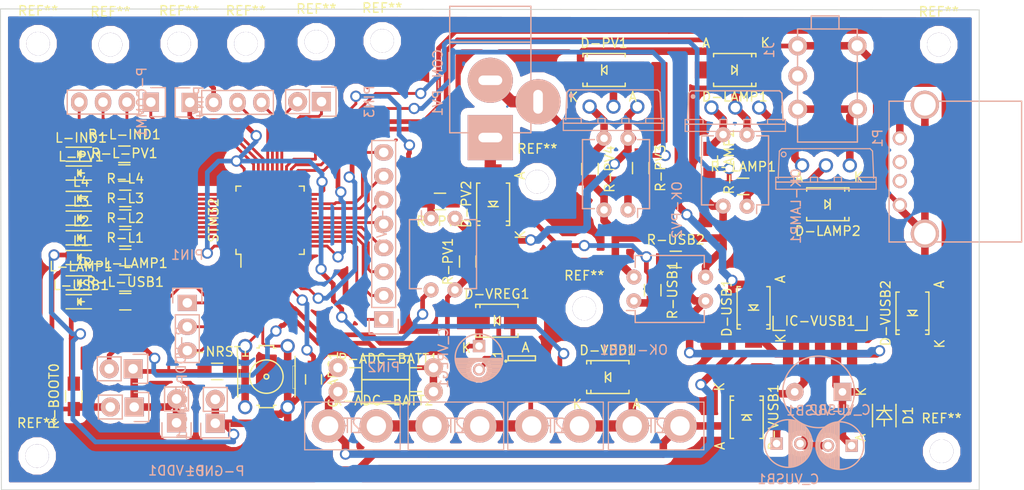
<source format=kicad_pcb>
(kicad_pcb (version 4) (host pcbnew 4.0.1-stable)
  (layers (0 F.Cu signal) (31 B.Cu signal) (34 B.Paste user hide) (35 F.Paste user hide) (36 B.SilkS user) (37 F.SilkS user) (38 B.Mask user) (39 F.Mask user) (44 Edge.Cuts user))
  (net 0 "")
  (net 1 "Net-(BATT1-Pad1)")
  (net 2 +15V)
  (net 3 +6V)
  (net 4 "Net-(BATT3-Pad1)")
  (net 5 GND)
  (net 6 /ADC_BATT)
  (net 7 "Net-(CON-PV1-Pad1)")
  (net 8 +3V3)
  (net 9 "Net-(C_VUSB1-Pad1)")
  (net 10 "Net-(C_VUSB2-Pad1)")
  (net 11 "Net-(D-LAMP1-Pad1)")
  (net 12 /ADC_LAMP)
  (net 13 "Net-(D-PV1-Pad2)")
  (net 14 +24V)
  (net 15 VDD)
  (net 16 "Net-(D-VUSB1-Pad1)")
  (net 17 /ADC_USB)
  (net 18 "Net-(IC-VUSB1-Pad5)")
  (net 19 "Net-(J1-Pad3)")
  (net 20 "Net-(J1-Pad2)")
  (net 21 "Net-(L-IND1-Pad2)")
  (net 22 "Net-(L-LAMP1-Pad2)")
  (net 23 "Net-(L-PV1-Pad2)")
  (net 24 "Net-(L-USB1-Pad2)")
  (net 25 "Net-(L1-Pad2)")
  (net 26 "Net-(L2-Pad2)")
  (net 27 "Net-(L3-Pad2)")
  (net 28 "Net-(L4-Pad2)")
  (net 29 "Net-(OK-LAMP1-Pad1)")
  (net 30 "Net-(OK-LAMP1-Pad3)")
  (net 31 "Net-(OK-PV1-Pad1)")
  (net 32 /IND_PV_WKUP)
  (net 33 "Net-(OK-PV2-Pad1)")
  (net 34 "Net-(OK-PV2-Pad3)")
  (net 35 "Net-(OK-USB1-Pad1)")
  (net 36 /BOOT0)
  (net 37 /RX)
  (net 38 /TX)
  (net 39 "Net-(P1-Pad3)")
  (net 40 "Net-(P1-Pad2)")
  (net 41 /PC13)
  (net 42 /PC14)
  (net 43 /PC15)
  (net 44 /AIN4)
  (net 45 /AIN5)
  (net 46 /AIN6)
  (net 47 /AIN7)
  (net 48 /AIN8)
  (net 49 /AIN9)
  (net 50 /PB10)
  (net 51 /PB11)
  (net 52 /PB15)
  (net 53 /PA8)
  (net 54 /PA11)
  (net 55 /PA12)
  (net 56 /PA13)
  (net 57 /PA14)
  (net 58 /L-IND)
  (net 59 /L-LAMP)
  (net 60 /L-PV)
  (net 61 /L-USB)
  (net 62 /L-L1)
  (net 63 /L-L2)
  (net 64 /L-L3)
  (net 65 /L-L4)
  (net 66 /CON_LAMP)
  (net 67 /NRST)
  (net 68 /CON_PV)
  (net 69 /CON_USB)
  (net 70 "Net-(STM32-Pad5)")
  (net 71 "Net-(STM32-Pad6)")
  (net 72 "Net-(U1-Pad4)")
  (net 73 "Net-(D-VREG1-Pad2)")
  (net 74 "Net-(TR-LAMP1-PadS)")
  (module Mounting_Holes:MountingHole_2-5mm (layer F.Cu) (at 115.4 84.4)
    (fp_text reference REF** (at 0 -3.50012) (layer F.SilkS))
    (fp_text value MountingHole_2-5mm)
    (pad 1 thru_hole circle (at 0 0) (size 2.5 2.5) (drill 2.5) (layers))
  )
  (module Mounting_Holes:MountingHole_2-5mm (layer F.Cu) (at 98.9 69.4)
    (fp_text reference REF** (at 0 -3.50012) (layer F.SilkS))
    (fp_text value MountingHole_2-5mm)
    (pad 1 thru_hole circle (at 0 0) (size 2.5 2.5) (drill 2.5) (layers))
  )
  (module Mounting_Holes:MountingHole_2-5mm (layer F.Cu) (at 91.9 69.5)
    (fp_text reference REF** (at 0 -3.50012) (layer F.SilkS))
    (fp_text value MountingHole_2-5mm)
    (pad 1 thru_hole circle (at 0 0) (size 2.5 2.5) (drill 2.5) (layers))
  )
  (module Mounting_Holes:MountingHole_2-5mm (layer F.Cu) (at 84.4 69.7)
    (fp_text reference REF** (at 0 -3.50012) (layer F.SilkS))
    (fp_text value MountingHole_2-5mm)
    (pad 1 thru_hole circle (at 0 0) (size 2.5 2.5) (drill 2.5) (layers))
  )
  (module Mounting_Holes:MountingHole_2-5mm (layer F.Cu) (at 77.3 69.7)
    (fp_text reference REF** (at 0 -3.50012) (layer F.SilkS))
    (fp_text value MountingHole_2-5mm)
    (pad 1 thru_hole circle (at 0 0) (size 2.5 2.5) (drill 2.5) (layers))
  )
  (module Mounting_Holes:MountingHole_2-5mm (layer F.Cu) (at 70 69.8)
    (fp_text reference REF** (at 0 -3.50012) (layer F.SilkS))
    (fp_text value MountingHole_2-5mm)
    (pad 1 thru_hole circle (at 0 0) (size 2.5 2.5) (drill 2.5) (layers))
  )
  (module Mounting_Holes:MountingHole_2-5mm (layer F.Cu) (at 62.2 113.6)
    (fp_text reference REF** (at 0 -3.50012) (layer F.SilkS))
    (fp_text value MountingHole_2-5mm)
    (pad 1 thru_hole circle (at 0 0) (size 2.5 2.5) (drill 2.5) (layers))
  )
  (module Mounting_Holes:MountingHole_2-5mm (layer F.Cu) (at 62.3 69.7)
    (fp_text reference REF** (at 0 -3.50012) (layer F.SilkS))
    (fp_text value MountingHole_2-5mm)
    (pad 1 thru_hole circle (at 0 0) (size 2.5 2.5) (drill 2.5) (layers))
  )
  (module Mounting_Holes:MountingHole_2-5mm (layer F.Cu) (at 158.1 69.8)
    (fp_text reference REF** (at 0 -3.50012) (layer F.SilkS))
    (fp_text value MountingHole_2-5mm)
    (pad 1 thru_hole circle (at 0 0) (size 2.5 2.5) (drill 2.5) (layers))
  )
  (module Mounting_Holes:MountingHole_2-5mm (layer F.Cu) (at 120.4 97.9)
    (fp_text reference REF** (at 0 -3.50012) (layer F.SilkS))
    (fp_text value MountingHole_2-5mm)
    (pad 1 thru_hole circle (at 0 0) (size 2.5 2.5) (drill 2.5) (layers))
  )
  (module Resistors_SMD:R_0805_HandSoldering (layer F.Cu) (at 121 83.05 270)
    (fp_text reference R-PV4 (at 0 -2.1 270) (layer F.SilkS))
    (fp_text value 4k7)
    (pad 1 smd rect (at -1.35 0 270) (size 1.5 1.3) (layers F.Cu F.Paste F.Mask) (net 34 "Net-(OK-PV2-Pad3)"))
    (pad 2 smd rect (at 1.35 0 270) (size 1.5 1.3) (layers F.Cu F.Paste F.Mask) (net 5 GND))
  )
  (module Resistors_SMD:R_0805_HandSoldering (layer F.Cu) (at 71.575 95.175)
    (fp_text reference R-L-LAMP1 (at 0 -2.1) (layer F.SilkS))
    (fp_text value 330)
    (pad 1 smd rect (at -1.35 0) (size 1.5 1.3) (layers F.Cu F.Paste F.Mask) (net 22 "Net-(L-LAMP1-Pad2)"))
    (pad 2 smd rect (at 1.35 0) (size 1.5 1.3) (layers F.Cu F.Paste F.Mask) (net 59 /L-LAMP))
  )
  (module Pin_Headers:Pin_Header_Straight_1x08 (layer B.Cu) (at 99.06 99.06)
    (fp_text reference PIN2 (at 0 5.1) (layer B.SilkS) (effects (justify mirror)))
    (fp_text value CONN_01X08)
    (pad 1 thru_hole rect (at 0 0) (size 2.032 1.7272) (drill 1.016) (layers *.Cu *.Mask B.SilkS) (net 44 /AIN4))
    (pad 2 thru_hole oval (at 0 -2.54) (size 2.032 1.7272) (drill 1.016) (layers *.Cu *.Mask B.SilkS) (net 45 /AIN5))
    (pad 3 thru_hole oval (at 0 -5.08) (size 2.032 1.7272) (drill 1.016) (layers *.Cu *.Mask B.SilkS) (net 46 /AIN6))
    (pad 4 thru_hole oval (at 0 -7.62) (size 2.032 1.7272) (drill 1.016) (layers *.Cu *.Mask B.SilkS) (net 47 /AIN7))
    (pad 5 thru_hole oval (at 0 -10.16) (size 2.032 1.7272) (drill 1.016) (layers *.Cu *.Mask B.SilkS) (net 48 /AIN8))
    (pad 6 thru_hole oval (at 0 -12.7) (size 2.032 1.7272) (drill 1.016) (layers *.Cu *.Mask B.SilkS) (net 49 /AIN9))
    (pad 7 thru_hole oval (at 0 -15.24) (size 2.032 1.7272) (drill 1.016) (layers *.Cu *.Mask B.SilkS) (net 50 /PB10))
    (pad 8 thru_hole oval (at 0 -17.78) (size 2.032 1.7272) (drill 1.016) (layers *.Cu *.Mask B.SilkS) (net 51 /PB11))
  )
  (module Pin_Headers:Pin_Header_Straight_1x02 (layer B.Cu) (at 77.025 110.065)
    (fp_text reference P-VDD1 (at 0 5.1) (layer B.SilkS) (effects (justify mirror)))
    (fp_text value CONN_01X02)
    (pad 1 thru_hole rect (at 0 0) (size 2.032 2.032) (drill 1.016) (layers *.Cu *.Mask B.SilkS) (net 15 VDD))
    (pad 2 thru_hole oval (at 0 -2.54) (size 2.032 2.032) (drill 1.016) (layers *.Cu *.Mask B.SilkS) (net 15 VDD))
  )
  (module SparkFun:SparkFun-1X02_XTRA_BIG (layer B.Cu) (at 95.74 110.4 180)
    (fp_text reference BATT1 (at 0 0 180) (layer B.SilkS) (effects (justify mirror)))
    (fp_text value M02PTH (at 0 0 180) (layer B.SilkS) (effects (justify mirror)))
    (pad 1 thru_hole circle (at -2.54 0 180) (size 3.556 3.556) (drill 2.0574) (layers *.Cu B.Paste B.SilkS B.Mask) (net 1 "Net-(BATT1-Pad1)"))
    (pad 2 thru_hole circle (at 2.54 0 180) (size 3.556 3.556) (drill 2.0574) (layers *.Cu B.Paste B.SilkS B.Mask) (net 2 +15V))
  )
  (module SparkFun:SparkFun-1X02_XTRA_BIG (layer B.Cu) (at 106.74 110.4 180)
    (fp_text reference BATT2 (at 0 0 180) (layer B.SilkS) (effects (justify mirror)))
    (fp_text value M02PTH (at 0 0 180) (layer B.SilkS) (effects (justify mirror)))
    (pad 1 thru_hole circle (at -2.54 0 180) (size 3.556 3.556) (drill 2.0574) (layers *.Cu B.Paste B.SilkS B.Mask) (net 3 +6V))
    (pad 2 thru_hole circle (at 2.54 0 180) (size 3.556 3.556) (drill 2.0574) (layers *.Cu B.Paste B.SilkS B.Mask) (net 1 "Net-(BATT1-Pad1)"))
  )
  (module SparkFun:SparkFun-1X02_XTRA_BIG (layer B.Cu) (at 117.34 110.4 180)
    (fp_text reference BATT3 (at 0 0 180) (layer B.SilkS) (effects (justify mirror)))
    (fp_text value M02PTH (at 0 0 180) (layer B.SilkS) (effects (justify mirror)))
    (pad 1 thru_hole circle (at -2.54 0 180) (size 3.556 3.556) (drill 2.0574) (layers *.Cu B.Paste B.SilkS B.Mask) (net 4 "Net-(BATT3-Pad1)"))
    (pad 2 thru_hole circle (at 2.54 0 180) (size 3.556 3.556) (drill 2.0574) (layers *.Cu B.Paste B.SilkS B.Mask) (net 3 +6V))
  )
  (module SparkFun:SparkFun-1X02_XTRA_BIG (layer B.Cu) (at 128.04 110.4 180)
    (fp_text reference BATT4 (at 0 0 180) (layer B.SilkS) (effects (justify mirror)))
    (fp_text value M02PTH (at 0 0 180) (layer B.SilkS) (effects (justify mirror)))
    (pad 1 thru_hole circle (at -2.54 0 180) (size 3.556 3.556) (drill 2.0574) (layers *.Cu B.Paste B.SilkS B.Mask) (net 5 GND))
    (pad 2 thru_hole circle (at 2.54 0 180) (size 3.556 3.556) (drill 2.0574) (layers *.Cu B.Paste B.SilkS B.Mask) (net 4 "Net-(BATT3-Pad1)"))
  )
  (module Capacitors_SMD:C_0805_HandSoldering (layer F.Cu) (at 91.6 105.45 270)
    (fp_text reference C-ADC1 (at 0 -2.1 270) (layer F.SilkS))
    (fp_text value 100n)
    (pad 1 smd rect (at -1.25 0 270) (size 1.5 1.25) (layers F.Cu F.Paste F.Mask) (net 6 /ADC_BATT))
    (pad 2 smd rect (at 1.25 0 270) (size 1.5 1.25) (layers F.Cu F.Paste F.Mask) (net 5 GND))
  )
  (module Connect:JACK_ALIM (layer B.Cu) (at 110.4 73.6 270)
    (fp_text reference CON-PV1 (at 0.254 5.588 270) (layer B.SilkS) (effects (justify mirror)))
    (fp_text value BARREL_JACK)
    (pad 2 thru_hole circle (at 0 0 270) (size 4.8006 4.8006) (drill oval 1.016 2.54) (layers *.Cu *.Mask B.SilkS) (net 5 GND))
    (pad 1 thru_hole rect (at 6.096 0 270) (size 4.8006 4.8006) (drill oval 1.016 2.54) (layers *.Cu *.Mask B.SilkS) (net 7 "Net-(CON-PV1-Pad1)"))
    (pad 3 thru_hole circle (at 2.286 -5.08 270) (size 4.8006 4.8006) (drill oval 2.54 1.016) (layers *.Cu *.Mask B.SilkS) (net 5 GND))
  )
  (module Capacitors_ThroughHole:C_Radial_D5_L6_P2.5 (layer B.Cu) (at 109.2 101.9 270)
    (fp_text reference C_VREG1 (at 1.25 3.8 270) (layer B.SilkS) (effects (justify mirror)))
    (fp_text value 100u)
    (pad 1 thru_hole rect (at 0 0 270) (size 1.3 1.3) (drill 0.8) (layers *.Cu *.Mask B.SilkS) (net 8 +3V3))
    (pad 2 thru_hole circle (at 2.5 0 270) (size 1.3 1.3) (drill 0.8) (layers *.Cu *.Mask B.SilkS) (net 5 GND))
  )
  (module Capacitors_ThroughHole:C_Radial_D5_L6_P2.5 (layer B.Cu) (at 140.85 112.275)
    (fp_text reference C_VUSB1 (at 1.25 3.8) (layer B.SilkS) (effects (justify mirror)))
    (fp_text value 100u)
    (pad 1 thru_hole rect (at 0 0) (size 1.3 1.3) (drill 0.8) (layers *.Cu *.Mask B.SilkS) (net 9 "Net-(C_VUSB1-Pad1)"))
    (pad 2 thru_hole circle (at 2.5 0) (size 1.3 1.3) (drill 0.8) (layers *.Cu *.Mask B.SilkS) (net 5 GND))
  )
  (module Capacitors_ThroughHole:C_Radial_D5_L6_P2.5 (layer B.Cu) (at 148.825 112.5 180)
    (fp_text reference C_VUSB2 (at 1.25 3.8 180) (layer B.SilkS) (effects (justify mirror)))
    (fp_text value 100u)
    (pad 1 thru_hole rect (at 0 0 180) (size 1.3 1.3) (drill 0.8) (layers *.Cu *.Mask B.SilkS) (net 10 "Net-(C_VUSB2-Pad1)"))
    (pad 2 thru_hole circle (at 2.5 0 180) (size 1.3 1.3) (drill 0.8) (layers *.Cu *.Mask B.SilkS) (net 5 GND))
  )
  (module Diodes_SMD:SMA_Handsoldering (layer F.Cu) (at 136.39936 72.5 180)
    (fp_text reference D-LAMP1 (at 0 -2.85 180) (layer F.SilkS))
    (fp_text value D)
    (fp_text user K (at -3.25 2.9 180) (layer F.SilkS))
    (fp_text user A (at 3.05 2.85 180) (layer F.SilkS))
    (pad 1 smd rect (at -2.49936 0 180) (size 3.50012 1.80086) (layers F.Cu F.Paste F.Mask) (net 11 "Net-(D-LAMP1-Pad1)"))
    (pad 2 smd rect (at 2.49936 0 180) (size 3.50012 1.80086) (layers F.Cu F.Paste F.Mask) (net 2 +15V))
  )
  (module Diodes_SMD:SMA_Handsoldering (layer F.Cu) (at 146.3 86.8 180)
    (fp_text reference D-LAMP2 (at 0 -2.85 180) (layer F.SilkS))
    (fp_text value D_Schottky)
    (fp_text user K (at -3.25 2.9 180) (layer F.SilkS))
    (fp_text user A (at 3.05 2.85 180) (layer F.SilkS))
    (pad 1 smd rect (at -2.49936 0 180) (size 3.50012 1.80086) (layers F.Cu F.Paste F.Mask) (net 5 GND))
    (pad 2 smd rect (at 2.49936 0 180) (size 3.50012 1.80086) (layers F.Cu F.Paste F.Mask) (net 12 /ADC_LAMP))
  )
  (module Diodes_SMD:SMA_Handsoldering (layer F.Cu) (at 122.5 72.5)
    (fp_text reference D-PV1 (at 0 -2.85) (layer F.SilkS))
    (fp_text value D)
    (fp_text user K (at -3.25 2.9) (layer F.SilkS))
    (fp_text user A (at 3.05 2.85) (layer F.SilkS))
    (pad 1 smd rect (at -2.49936 0) (size 3.50012 1.80086) (layers F.Cu F.Paste F.Mask) (net 2 +15V))
    (pad 2 smd rect (at 2.49936 0) (size 3.50012 1.80086) (layers F.Cu F.Paste F.Mask) (net 13 "Net-(D-PV1-Pad2)"))
  )
  (module Diodes_SMD:SMA_Handsoldering (layer F.Cu) (at 110.7 86.79936 90)
    (fp_text reference D-PV2 (at 0 -2.85 90) (layer F.SilkS))
    (fp_text value D)
    (fp_text user K (at -3.25 2.9 90) (layer F.SilkS))
    (fp_text user A (at 3.05 2.85 90) (layer F.SilkS))
    (pad 1 smd rect (at -2.49936 0 90) (size 3.50012 1.80086) (layers F.Cu F.Paste F.Mask) (net 14 +24V))
    (pad 2 smd rect (at 2.49936 0 90) (size 3.50012 1.80086) (layers F.Cu F.Paste F.Mask) (net 7 "Net-(CON-PV1-Pad1)"))
  )
  (module Diodes_SMD:SMA_Handsoldering (layer F.Cu) (at 138.4 97.82436 90)
    (fp_text reference D-USB1 (at 0 -2.85 90) (layer F.SilkS))
    (fp_text value D)
    (fp_text user K (at -3.25 2.9 90) (layer F.SilkS))
    (fp_text user A (at 3.05 2.85 90) (layer F.SilkS))
    (pad 1 smd rect (at -2.49936 0 90) (size 3.50012 1.80086) (layers F.Cu F.Paste F.Mask) (net 9 "Net-(C_VUSB1-Pad1)"))
    (pad 2 smd rect (at 2.49936 0 90) (size 3.50012 1.80086) (layers F.Cu F.Paste F.Mask) (net 2 +15V))
  )
  (module Diodes_SMD:SMA_Handsoldering (layer F.Cu) (at 122.9 105.2)
    (fp_text reference D-VDD1 (at 0 -2.85) (layer F.SilkS))
    (fp_text value D)
    (fp_text user K (at -3.25 2.9) (layer F.SilkS))
    (fp_text user A (at 3.05 2.85) (layer F.SilkS))
    (pad 1 smd rect (at -2.49936 0) (size 3.50012 1.80086) (layers F.Cu F.Paste F.Mask) (net 15 VDD))
    (pad 2 smd rect (at 2.49936 0) (size 3.50012 1.80086) (layers F.Cu F.Paste F.Mask) (net 4 "Net-(BATT3-Pad1)"))
  )
  (module Diodes_SMD:SMA_Handsoldering (layer F.Cu) (at 137.675 109.475 270)
    (fp_text reference D-VUSB1 (at 0 -2.85 270) (layer F.SilkS))
    (fp_text value D_Schottky)
    (fp_text user K (at -3.25 2.9 270) (layer F.SilkS))
    (fp_text user A (at 3.05 2.85 270) (layer F.SilkS))
    (pad 1 smd rect (at -2.49936 0 270) (size 3.50012 1.80086) (layers F.Cu F.Paste F.Mask) (net 16 "Net-(D-VUSB1-Pad1)"))
    (pad 2 smd rect (at 2.49936 0 270) (size 3.50012 1.80086) (layers F.Cu F.Paste F.Mask) (net 5 GND))
  )
  (module Diodes_SMD:SMA_Handsoldering (layer F.Cu) (at 155.3 98.4 90)
    (fp_text reference D-VUSB2 (at 0 -2.85 90) (layer F.SilkS))
    (fp_text value D_Schottky)
    (fp_text user K (at -3.25 2.9 90) (layer F.SilkS))
    (fp_text user A (at 3.05 2.85 90) (layer F.SilkS))
    (pad 1 smd rect (at -2.49936 0 90) (size 3.50012 1.80086) (layers F.Cu F.Paste F.Mask) (net 5 GND))
    (pad 2 smd rect (at 2.49936 0 90) (size 3.50012 1.80086) (layers F.Cu F.Paste F.Mask) (net 17 /ADC_USB))
  )
  (module Diodes_SMD:MELF_Handsoldering (layer F.Cu) (at 152.3 109.30106 270)
    (fp_text reference D1 (at 0 -2.54 270) (layer F.SilkS))
    (fp_text value 5v1)
    (fp_text user K (at -2.55 2.45 270) (layer F.SilkS))
    (fp_text user A (at 2.35 2.5 270) (layer F.SilkS))
    (pad 1 smd rect (at -3.40106 0 270) (size 3.50012 2.70002) (layers F.Cu F.Paste F.Mask) (net 10 "Net-(C_VUSB2-Pad1)"))
    (pad 2 smd rect (at 3.40106 0 270) (size 3.50012 2.70002) (layers F.Cu F.Paste F.Mask) (net 5 GND))
  )
  (module TO_SOT_Packages_SMD:TO-263-5Lead (layer F.Cu) (at 145.475 102.725 90)
    (fp_text reference IC-VUSB1 (at 3.5 0 180) (layer F.SilkS))
    (fp_text value LM2596S)
    (pad 5 smd rect (at 0 3.4 90) (size 4.6 1.1) (layers F.Cu F.Paste F.Mask) (net 18 "Net-(IC-VUSB1-Pad5)"))
    (pad 4 smd rect (at 0 1.7 90) (size 4.6 1.1) (layers F.Cu F.Paste F.Mask) (net 10 "Net-(C_VUSB2-Pad1)"))
    (pad 2 smd rect (at 0 -1.7 90) (size 4.6 1.1) (layers F.Cu F.Paste F.Mask) (net 16 "Net-(D-VUSB1-Pad1)"))
    (pad 3 smd rect (at 9.15 0 90) (size 9.4 10.8) (layers F.Cu F.Paste F.Mask) (net 5 GND))
    (pad 3 smd rect (at 0 0 90) (size 4.6 1.1) (layers F.Cu F.Paste F.Mask) (net 5 GND))
    (pad 1 smd rect (at 0 -3.4 90) (size 4.6 1.1) (layers F.Cu F.Paste F.Mask) (net 9 "Net-(C_VUSB1-Pad1)"))
  )
  (module audio-lamp:JACK_LAPAN (layer B.Cu) (at 139.5821 70.3941 270)
    (fp_text reference J1 (at 0 -0.5 270) (layer B.SilkS) (effects (justify mirror)))
    (fp_text value audio-jack)
    (pad 1 thru_hole circle (at -0.4445 -3.5052 270) (size 2 2) (drill 1.2) (layers *.Cu *.Mask B.SilkS) (net 12 /ADC_LAMP))
    (pad 1 thru_hole circle (at -0.4699 -9.83742 270) (size 2 2) (drill 1.2) (layers *.Cu *.Mask B.SilkS) (net 12 /ADC_LAMP))
    (pad 3 thru_hole circle (at 2.7559 -3.5179 270) (size 2 2) (drill 1.2) (layers *.Cu *.Mask B.SilkS) (net 19 "Net-(J1-Pad3)"))
    (pad 2 thru_hole circle (at 6.27888 -3.5179 270) (size 2 2) (drill 1.2) (layers *.Cu *.Mask B.SilkS) (net 20 "Net-(J1-Pad2)"))
    (pad 2 thru_hole circle (at 6.25094 -9.86536 270) (size 2 2) (drill 1.2) (layers *.Cu *.Mask B.SilkS) (net 20 "Net-(J1-Pad2)"))
  )
  (module LEDs:LED-0805 (layer F.Cu) (at 66.87402 81.475)
    (fp_text reference L-IND1 (at 0 -1.75) (layer F.SilkS))
    (fp_text value LED)
    (pad 2 smd rect (at 1.04902 0 180) (size 1.19888 1.19888) (layers F.Cu F.Paste F.Mask) (net 21 "Net-(L-IND1-Pad2)"))
    (pad 1 smd rect (at -1.04902 0 180) (size 1.19888 1.19888) (layers F.Cu F.Paste F.Mask) (net 5 GND))
  )
  (module LEDs:LED-0805 (layer F.Cu) (at 66.87598 95.175)
    (fp_text reference L-LAMP1 (at 0 -1.75) (layer F.SilkS))
    (fp_text value LED)
    (pad 2 smd rect (at 1.04902 0 180) (size 1.19888 1.19888) (layers F.Cu F.Paste F.Mask) (net 22 "Net-(L-LAMP1-Pad2)"))
    (pad 1 smd rect (at -1.04902 0 180) (size 1.19888 1.19888) (layers F.Cu F.Paste F.Mask) (net 5 GND))
  )
  (module LEDs:LED-0805 (layer F.Cu) (at 66.87598 83.475)
    (fp_text reference L-PV1 (at 0 -1.75) (layer F.SilkS))
    (fp_text value LED)
    (pad 2 smd rect (at 1.04902 0 180) (size 1.19888 1.19888) (layers F.Cu F.Paste F.Mask) (net 23 "Net-(L-PV1-Pad2)"))
    (pad 1 smd rect (at -1.04902 0 180) (size 1.19888 1.19888) (layers F.Cu F.Paste F.Mask) (net 5 GND))
  )
  (module LEDs:LED-0805 (layer F.Cu) (at 66.87598 97.175)
    (fp_text reference L-USB1 (at 0 -1.75) (layer F.SilkS))
    (fp_text value LED)
    (pad 2 smd rect (at 1.04902 0 180) (size 1.19888 1.19888) (layers F.Cu F.Paste F.Mask) (net 24 "Net-(L-USB1-Pad2)"))
    (pad 1 smd rect (at -1.04902 0 180) (size 1.19888 1.19888) (layers F.Cu F.Paste F.Mask) (net 5 GND))
  )
  (module Inductors:INDUCTOR_V (layer B.Cu) (at 145.315 106.775 180)
    (fp_text reference L-VUSB1 (at 0 -1.99898 180) (layer B.SilkS) (effects (justify mirror)))
    (fp_text value INDUCTOR)
    (pad 1 thru_hole rect (at -2.54 0 180) (size 1.905 1.905) (drill 0.8128) (layers *.Cu *.Mask B.SilkS) (net 10 "Net-(C_VUSB2-Pad1)"))
    (pad 2 thru_hole circle (at 2.54 0 180) (size 1.905 1.905) (drill 0.8128) (layers *.Cu *.Mask B.SilkS) (net 16 "Net-(D-VUSB1-Pad1)"))
  )
  (module LEDs:LED-0805 (layer F.Cu) (at 66.87598 92.475)
    (fp_text reference L1 (at 0 -1.75) (layer F.SilkS))
    (fp_text value LED)
    (pad 2 smd rect (at 1.04902 0 180) (size 1.19888 1.19888) (layers F.Cu F.Paste F.Mask) (net 25 "Net-(L1-Pad2)"))
    (pad 1 smd rect (at -1.04902 0 180) (size 1.19888 1.19888) (layers F.Cu F.Paste F.Mask) (net 5 GND))
  )
  (module LEDs:LED-0805 (layer F.Cu) (at 66.87598 90.375)
    (fp_text reference L2 (at 0 -1.75) (layer F.SilkS))
    (fp_text value LED)
    (pad 2 smd rect (at 1.04902 0 180) (size 1.19888 1.19888) (layers F.Cu F.Paste F.Mask) (net 26 "Net-(L2-Pad2)"))
    (pad 1 smd rect (at -1.04902 0 180) (size 1.19888 1.19888) (layers F.Cu F.Paste F.Mask) (net 5 GND))
  )
  (module LEDs:LED-0805 (layer F.Cu) (at 66.87598 88.275)
    (fp_text reference L3 (at 0 -1.75) (layer F.SilkS))
    (fp_text value LED)
    (pad 2 smd rect (at 1.04902 0 180) (size 1.19888 1.19888) (layers F.Cu F.Paste F.Mask) (net 27 "Net-(L3-Pad2)"))
    (pad 1 smd rect (at -1.04902 0 180) (size 1.19888 1.19888) (layers F.Cu F.Paste F.Mask) (net 5 GND))
  )
  (module LEDs:LED-0805 (layer F.Cu) (at 66.87598 86.175)
    (fp_text reference L4 (at 0 -1.75) (layer F.SilkS))
    (fp_text value LED)
    (pad 2 smd rect (at 1.04902 0 180) (size 1.19888 1.19888) (layers F.Cu F.Paste F.Mask) (net 28 "Net-(L4-Pad2)"))
    (pad 1 smd rect (at -1.04902 0 180) (size 1.19888 1.19888) (layers F.Cu F.Paste F.Mask) (net 5 GND))
  )
  (module Housings_DIP:DIP-4_W7.62mm (layer B.Cu) (at 137.7 87 90)
    (fp_text reference OK-LAMP1 (at 0 5.22 90) (layer B.SilkS) (effects (justify mirror)))
    (fp_text value PC817)
    (pad 1 thru_hole oval (at 0 0 90) (size 1.6 1.6) (drill 0.8) (layers *.Cu *.Mask B.SilkS) (net 29 "Net-(OK-LAMP1-Pad1)"))
    (pad 2 thru_hole oval (at 0 -2.54 90) (size 1.6 1.6) (drill 0.8) (layers *.Cu *.Mask B.SilkS) (net 5 GND))
    (pad 3 thru_hole oval (at 7.62 -2.54 90) (size 1.6 1.6) (drill 0.8) (layers *.Cu *.Mask B.SilkS) (net 30 "Net-(OK-LAMP1-Pad3)"))
    (pad 4 thru_hole oval (at 7.62 0 90) (size 1.6 1.6) (drill 0.8) (layers *.Cu *.Mask B.SilkS) (net 11 "Net-(D-LAMP1-Pad1)"))
  )
  (module Housings_DIP:DIP-4_W7.62mm (layer B.Cu) (at 104.1 88.3 270)
    (fp_text reference OK-PV1 (at 0 5.22 270) (layer B.SilkS) (effects (justify mirror)))
    (fp_text value PC817)
    (pad 1 thru_hole oval (at 0 0 270) (size 1.6 1.6) (drill 0.8) (layers *.Cu *.Mask B.SilkS) (net 31 "Net-(OK-PV1-Pad1)"))
    (pad 2 thru_hole oval (at 0 -2.54 270) (size 1.6 1.6) (drill 0.8) (layers *.Cu *.Mask B.SilkS) (net 5 GND))
    (pad 3 thru_hole oval (at 7.62 -2.54 270) (size 1.6 1.6) (drill 0.8) (layers *.Cu *.Mask B.SilkS) (net 32 /IND_PV_WKUP))
    (pad 4 thru_hole oval (at 7.62 0 270) (size 1.6 1.6) (drill 0.8) (layers *.Cu *.Mask B.SilkS) (net 15 VDD))
  )
  (module Housings_DIP:DIP-4_W7.62mm (layer B.Cu) (at 125.04 87.4 90)
    (fp_text reference OK-PV2 (at 0 5.22 90) (layer B.SilkS) (effects (justify mirror)))
    (fp_text value PC817)
    (pad 1 thru_hole oval (at 0 0 90) (size 1.6 1.6) (drill 0.8) (layers *.Cu *.Mask B.SilkS) (net 33 "Net-(OK-PV2-Pad1)"))
    (pad 2 thru_hole oval (at 0 -2.54 90) (size 1.6 1.6) (drill 0.8) (layers *.Cu *.Mask B.SilkS) (net 5 GND))
    (pad 3 thru_hole oval (at 7.62 -2.54 90) (size 1.6 1.6) (drill 0.8) (layers *.Cu *.Mask B.SilkS) (net 34 "Net-(OK-PV2-Pad3)"))
    (pad 4 thru_hole oval (at 7.62 0 90) (size 1.6 1.6) (drill 0.8) (layers *.Cu *.Mask B.SilkS) (net 14 +24V))
  )
  (module Housings_DIP:DIP-4_W7.62mm (layer B.Cu) (at 125.675 97.09)
    (fp_text reference OK-USB1 (at 0 5.22) (layer B.SilkS) (effects (justify mirror)))
    (fp_text value PC817)
    (pad 1 thru_hole oval (at 0 0) (size 1.6 1.6) (drill 0.8) (layers *.Cu *.Mask B.SilkS) (net 35 "Net-(OK-USB1-Pad1)"))
    (pad 2 thru_hole oval (at 0 -2.54) (size 1.6 1.6) (drill 0.8) (layers *.Cu *.Mask B.SilkS) (net 5 GND))
    (pad 3 thru_hole oval (at 7.62 -2.54) (size 1.6 1.6) (drill 0.8) (layers *.Cu *.Mask B.SilkS) (net 5 GND))
    (pad 4 thru_hole oval (at 7.62 0) (size 1.6 1.6) (drill 0.8) (layers *.Cu *.Mask B.SilkS) (net 18 "Net-(IC-VUSB1-Pad5)"))
  )
  (module Pin_Headers:Pin_Header_Straight_1x02 (layer B.Cu) (at 72.525 108.39 90)
    (fp_text reference P-BOOT1 (at 0 5.1 90) (layer B.SilkS) (effects (justify mirror)))
    (fp_text value CONN_01X02)
    (pad 1 thru_hole rect (at 0 0 90) (size 2.032 2.032) (drill 1.016) (layers *.Cu *.Mask B.SilkS) (net 15 VDD))
    (pad 2 thru_hole oval (at 0 -2.54 90) (size 2.032 2.032) (drill 1.016) (layers *.Cu *.Mask B.SilkS) (net 36 /BOOT0))
  )
  (module Pin_Headers:Pin_Header_Straight_1x04 (layer B.Cu) (at 78.435 75.955 270)
    (fp_text reference P-COMM1 (at 0 5.1 270) (layer B.SilkS) (effects (justify mirror)))
    (fp_text value CONN_01X04)
    (pad 1 thru_hole rect (at 0 0 270) (size 2.032 1.7272) (drill 1.016) (layers *.Cu *.Mask B.SilkS) (net 15 VDD))
    (pad 2 thru_hole oval (at 0 -2.54 270) (size 2.032 1.7272) (drill 1.016) (layers *.Cu *.Mask B.SilkS) (net 5 GND))
    (pad 3 thru_hole oval (at 0 -5.08 270) (size 2.032 1.7272) (drill 1.016) (layers *.Cu *.Mask B.SilkS) (net 37 /RX))
    (pad 4 thru_hole oval (at 0 -7.62 270) (size 2.032 1.7272) (drill 1.016) (layers *.Cu *.Mask B.SilkS) (net 38 /TX))
  )
  (module Pin_Headers:Pin_Header_Straight_1x02 (layer B.Cu) (at 81.15 110.115)
    (fp_text reference P-GND1 (at 0 5.1) (layer B.SilkS) (effects (justify mirror)))
    (fp_text value CONN_01X02)
    (pad 1 thru_hole rect (at 0 0) (size 2.032 2.032) (drill 1.016) (layers *.Cu *.Mask B.SilkS) (net 5 GND))
    (pad 2 thru_hole oval (at 0 -2.54) (size 2.032 2.032) (drill 1.016) (layers *.Cu *.Mask B.SilkS) (net 5 GND))
  )
  (module Pin_Headers:Pin_Header_Straight_1x02 (layer B.Cu) (at 72.405 104.32 90)
    (fp_text reference P-VDD-3V3 (at 0 5.1 90) (layer B.SilkS) (effects (justify mirror)))
    (fp_text value CONN_01X02)
    (pad 1 thru_hole rect (at 0 0 90) (size 2.032 2.032) (drill 1.016) (layers *.Cu *.Mask B.SilkS) (net 15 VDD))
    (pad 2 thru_hole oval (at 0 -2.54 90) (size 2.032 2.032) (drill 1.016) (layers *.Cu *.Mask B.SilkS) (net 8 +3V3))
  )
  (module Connect:USB_A (layer B.Cu) (at 153.96012 79.76414 270)
    (fp_text reference P1 (at 0 2.35 270) (layer B.SilkS) (effects (justify mirror)))
    (fp_text value USB_A)
    (pad 4 thru_hole circle (at 7.11286 0.00212) (size 1.50114 1.50114) (drill 1.00076) (layers *.Cu *.Mask B.SilkS) (net 17 /ADC_USB))
    (pad 3 thru_hole circle (at 4.57286 0.00212) (size 1.50114 1.50114) (drill 1.00076) (layers *.Cu *.Mask B.SilkS) (net 39 "Net-(P1-Pad3)"))
    (pad 2 thru_hole circle (at 2.54086 0.00212) (size 1.50114 1.50114) (drill 1.00076) (layers *.Cu *.Mask B.SilkS) (net 40 "Net-(P1-Pad2)"))
    (pad 1 thru_hole circle (at 0.00086 0.00212) (size 1.50114 1.50114) (drill 1.00076) (layers *.Cu *.Mask B.SilkS) (net 10 "Net-(C_VUSB2-Pad1)"))
    (pad 5 thru_hole circle (at 10.16086 -2.66488) (size 2.99974 2.99974) (drill 2.30124) (layers *.Cu *.Mask B.SilkS) (net 17 /ADC_USB))
    (pad 5 thru_hole circle (at -3.55514 -2.66488) (size 2.99974 2.99974) (drill 2.30124) (layers *.Cu *.Mask B.SilkS) (net 17 /ADC_USB))
  )
  (module Pin_Headers:Pin_Header_Straight_1x03 (layer B.Cu) (at 78.175 97.3 180)
    (fp_text reference PIN1 (at 0 5.1 180) (layer B.SilkS) (effects (justify mirror)))
    (fp_text value CONN_01X03)
    (pad 1 thru_hole rect (at 0 0 180) (size 2.032 1.7272) (drill 1.016) (layers *.Cu *.Mask B.SilkS) (net 41 /PC13))
    (pad 2 thru_hole oval (at 0 -2.54 180) (size 2.032 1.7272) (drill 1.016) (layers *.Cu *.Mask B.SilkS) (net 42 /PC14))
    (pad 3 thru_hole oval (at 0 -5.08 180) (size 2.032 1.7272) (drill 1.016) (layers *.Cu *.Mask B.SilkS) (net 43 /PC15))
  )
  (module Pin_Headers:Pin_Header_Straight_1x02 (layer B.Cu) (at 92.44 75.875 90)
    (fp_text reference PIN3 (at 0 5.1 90) (layer B.SilkS) (effects (justify mirror)))
    (fp_text value CONN_01X02)
    (pad 1 thru_hole rect (at 0 0 90) (size 2.032 2.032) (drill 1.016) (layers *.Cu *.Mask B.SilkS) (net 52 /PB15))
    (pad 2 thru_hole oval (at 0 -2.54 90) (size 2.032 2.032) (drill 1.016) (layers *.Cu *.Mask B.SilkS) (net 53 /PA8))
  )
  (module Pin_Headers:Pin_Header_Straight_1x04 (layer B.Cu) (at 74.29 75.925 90)
    (fp_text reference PIN4 (at 0 5.1 90) (layer B.SilkS) (effects (justify mirror)))
    (fp_text value CONN_01X04)
    (pad 1 thru_hole rect (at 0 0 90) (size 2.032 1.7272) (drill 1.016) (layers *.Cu *.Mask B.SilkS) (net 54 /PA11))
    (pad 2 thru_hole oval (at 0 -2.54 90) (size 2.032 1.7272) (drill 1.016) (layers *.Cu *.Mask B.SilkS) (net 55 /PA12))
    (pad 3 thru_hole oval (at 0 -5.08 90) (size 2.032 1.7272) (drill 1.016) (layers *.Cu *.Mask B.SilkS) (net 56 /PA13))
    (pad 4 thru_hole oval (at 0 -7.62 90) (size 2.032 1.7272) (drill 1.016) (layers *.Cu *.Mask B.SilkS) (net 57 /PA14))
  )
  (module Resistors_ThroughHole:Resistor_Horizontal_RM10mm (layer F.Cu) (at 99.275 106.75)
    (fp_text reference R-ADC-BATT1 (at 0.24892 -3.50012) (layer F.SilkS))
    (fp_text value 470k)
    (pad 1 thru_hole circle (at -5.08 0) (size 1.99898 1.99898) (drill 1.00076) (layers *.Cu *.SilkS *.Mask) (net 2 +15V))
    (pad 2 thru_hole circle (at 5.08 0) (size 1.99898 1.99898) (drill 1.00076) (layers *.Cu *.SilkS *.Mask) (net 6 /ADC_BATT))
  )
  (module Resistors_ThroughHole:Resistor_Horizontal_RM10mm (layer F.Cu) (at 99.275 104.2 180)
    (fp_text reference R-ADC-BATT2 (at 0.24892 -3.50012 180) (layer F.SilkS))
    (fp_text value 100k)
    (pad 1 thru_hole circle (at -5.08 0 180) (size 1.99898 1.99898) (drill 1.00076) (layers *.Cu *.SilkS *.Mask) (net 6 /ADC_BATT))
    (pad 2 thru_hole circle (at 5.08 0 180) (size 1.99898 1.99898) (drill 1.00076) (layers *.Cu *.SilkS *.Mask) (net 5 GND))
  )
  (module Resistors_SMD:R_0805_HandSoldering (layer F.Cu) (at 66.1 107.25 90)
    (fp_text reference R-BOOT0 (at 0 -2.1 90) (layer F.SilkS))
    (fp_text value 4k7)
    (pad 1 smd rect (at -1.35 0 90) (size 1.5 1.3) (layers F.Cu F.Paste F.Mask) (net 36 /BOOT0))
    (pad 2 smd rect (at 1.35 0 90) (size 1.5 1.3) (layers F.Cu F.Paste F.Mask) (net 5 GND))
  )
  (module Resistors_SMD:R_0805_HandSoldering (layer F.Cu) (at 71.475 81.475)
    (fp_text reference R-L-IND1 (at 0 -2.1) (layer F.SilkS))
    (fp_text value 330)
    (pad 1 smd rect (at -1.35 0) (size 1.5 1.3) (layers F.Cu F.Paste F.Mask) (net 21 "Net-(L-IND1-Pad2)"))
    (pad 2 smd rect (at 1.35 0) (size 1.5 1.3) (layers F.Cu F.Paste F.Mask) (net 58 /L-IND))
  )
  (module Resistors_SMD:R_0805_HandSoldering (layer F.Cu) (at 71.475 83.475)
    (fp_text reference R-L-PV1 (at 0 -2.1) (layer F.SilkS))
    (fp_text value 330)
    (pad 1 smd rect (at -1.35 0) (size 1.5 1.3) (layers F.Cu F.Paste F.Mask) (net 23 "Net-(L-PV1-Pad2)"))
    (pad 2 smd rect (at 1.35 0) (size 1.5 1.3) (layers F.Cu F.Paste F.Mask) (net 60 /L-PV))
  )
  (module Resistors_SMD:R_0805_HandSoldering (layer F.Cu) (at 71.575 97.175)
    (fp_text reference R-L-USB1 (at 0 -2.1) (layer F.SilkS))
    (fp_text value 330)
    (pad 1 smd rect (at -1.35 0) (size 1.5 1.3) (layers F.Cu F.Paste F.Mask) (net 24 "Net-(L-USB1-Pad2)"))
    (pad 2 smd rect (at 1.35 0) (size 1.5 1.3) (layers F.Cu F.Paste F.Mask) (net 61 /L-USB))
  )
  (module Resistors_SMD:R_0805_HandSoldering (layer F.Cu) (at 71.575 92.475)
    (fp_text reference R-L1 (at 0 -2.1) (layer F.SilkS))
    (fp_text value 330)
    (pad 1 smd rect (at -1.35 0) (size 1.5 1.3) (layers F.Cu F.Paste F.Mask) (net 25 "Net-(L1-Pad2)"))
    (pad 2 smd rect (at 1.35 0) (size 1.5 1.3) (layers F.Cu F.Paste F.Mask) (net 62 /L-L1))
  )
  (module Resistors_SMD:R_0805_HandSoldering (layer F.Cu) (at 71.575 90.375)
    (fp_text reference R-L2 (at 0 -2.1) (layer F.SilkS))
    (fp_text value 330)
    (pad 1 smd rect (at -1.35 0) (size 1.5 1.3) (layers F.Cu F.Paste F.Mask) (net 26 "Net-(L2-Pad2)"))
    (pad 2 smd rect (at 1.35 0) (size 1.5 1.3) (layers F.Cu F.Paste F.Mask) (net 63 /L-L2))
  )
  (module Resistors_SMD:R_0805_HandSoldering (layer F.Cu) (at 71.575 88.275)
    (fp_text reference R-L3 (at 0 -2.1) (layer F.SilkS))
    (fp_text value 330)
    (pad 1 smd rect (at -1.35 0) (size 1.5 1.3) (layers F.Cu F.Paste F.Mask) (net 27 "Net-(L3-Pad2)"))
    (pad 2 smd rect (at 1.35 0) (size 1.5 1.3) (layers F.Cu F.Paste F.Mask) (net 64 /L-L3))
  )
  (module Resistors_SMD:R_0805_HandSoldering (layer F.Cu) (at 71.575 86.175)
    (fp_text reference R-L4 (at 0 -2.1) (layer F.SilkS))
    (fp_text value 330)
    (pad 1 smd rect (at -1.35 0) (size 1.5 1.3) (layers F.Cu F.Paste F.Mask) (net 28 "Net-(L4-Pad2)"))
    (pad 2 smd rect (at 1.35 0) (size 1.5 1.3) (layers F.Cu F.Paste F.Mask) (net 65 /L-L4))
  )
  (module Resistors_SMD:R_0805_HandSoldering (layer F.Cu) (at 137.3 84.9)
    (fp_text reference R-LAMP1 (at 0 -2.1) (layer F.SilkS))
    (fp_text value 330)
    (pad 1 smd rect (at -1.35 0) (size 1.5 1.3) (layers F.Cu F.Paste F.Mask) (net 66 /CON_LAMP))
    (pad 2 smd rect (at 1.35 0) (size 1.5 1.3) (layers F.Cu F.Paste F.Mask) (net 29 "Net-(OK-LAMP1-Pad1)"))
  )
  (module Resistors_SMD:R_0805_HandSoldering (layer F.Cu) (at 133.7 82.25 270)
    (fp_text reference R-LAMP2 (at 0 -2.1 270) (layer F.SilkS))
    (fp_text value 4k7)
    (pad 1 smd rect (at -1.35 0 270) (size 1.5 1.3) (layers F.Cu F.Paste F.Mask) (net 30 "Net-(OK-LAMP1-Pad3)"))
    (pad 2 smd rect (at 1.35 0 270) (size 1.5 1.3) (layers F.Cu F.Paste F.Mask) (net 5 GND))
  )
  (module Resistors_SMD:R_0805_HandSoldering (layer F.Cu) (at 81.35 104.6)
    (fp_text reference R-NRST1 (at 0 -2.1) (layer F.SilkS))
    (fp_text value 4k7)
    (pad 1 smd rect (at -1.35 0) (size 1.5 1.3) (layers F.Cu F.Paste F.Mask) (net 15 VDD))
    (pad 2 smd rect (at 1.35 0) (size 1.5 1.3) (layers F.Cu F.Paste F.Mask) (net 67 /NRST))
  )
  (module Resistors_SMD:R_0805_HandSoldering (layer F.Cu) (at 108 92.9 90)
    (fp_text reference R-PV1 (at 0 -2.1 90) (layer F.SilkS))
    (fp_text value 4k7)
    (pad 1 smd rect (at -1.35 0 90) (size 1.5 1.3) (layers F.Cu F.Paste F.Mask) (net 32 /IND_PV_WKUP))
    (pad 2 smd rect (at 1.35 0 90) (size 1.5 1.3) (layers F.Cu F.Paste F.Mask) (net 5 GND))
  )
  (module Resistors_SMD:R_0805_HandSoldering (layer F.Cu) (at 105.05 86.5 180)
    (fp_text reference R-PV2 (at 0 -2.1 180) (layer F.SilkS))
    (fp_text value 10k)
    (pad 1 smd rect (at -1.35 0 180) (size 1.5 1.3) (layers F.Cu F.Paste F.Mask) (net 14 +24V))
    (pad 2 smd rect (at 1.35 0 180) (size 1.5 1.3) (layers F.Cu F.Paste F.Mask) (net 31 "Net-(OK-PV1-Pad1)"))
  )
  (module Resistors_SMD:R_0805_HandSoldering (layer F.Cu) (at 126.4 82.95 270)
    (fp_text reference R-PV3 (at 0 -2.1 270) (layer F.SilkS))
    (fp_text value 330)
    (pad 1 smd rect (at -1.35 0 270) (size 1.5 1.3) (layers F.Cu F.Paste F.Mask) (net 68 /CON_PV))
    (pad 2 smd rect (at 1.35 0 270) (size 1.5 1.3) (layers F.Cu F.Paste F.Mask) (net 33 "Net-(OK-PV2-Pad1)"))
  )
  (module Resistors_SMD:R_0805_HandSoldering (layer F.Cu) (at 127.675 95.95 270)
    (fp_text reference R-USB1 (at 0 -2.1 270) (layer F.SilkS))
    (fp_text value 330)
    (pad 1 smd rect (at -1.35 0 270) (size 1.5 1.3) (layers F.Cu F.Paste F.Mask) (net 69 /CON_USB))
    (pad 2 smd rect (at 1.35 0 270) (size 1.5 1.3) (layers F.Cu F.Paste F.Mask) (net 35 "Net-(OK-USB1-Pad1)"))
  )
  (module Resistors_SMD:R_0805_HandSoldering (layer F.Cu) (at 130.125 92.675)
    (fp_text reference R-USB2 (at 0 -2.1) (layer F.SilkS))
    (fp_text value 4k7)
    (pad 1 smd rect (at -1.35 0) (size 1.5 1.3) (layers F.Cu F.Paste F.Mask) (net 15 VDD))
    (pad 2 smd rect (at 1.35 0) (size 1.5 1.3) (layers F.Cu F.Paste F.Mask) (net 18 "Net-(IC-VUSB1-Pad5)"))
  )
  (module Housings_QFP:TQFP-48_7x7mm_Pitch0.5mm (layer F.Cu) (at 86.975 88.5 90)
    (fp_text reference STM32 (at 0 -6 90) (layer F.SilkS))
    (fp_text value STM32F100C4)
    (pad 1 smd rect (at -4.35 -2.75 90) (size 1.3 0.25) (layers F.Cu F.Paste F.Mask) (net 15 VDD))
    (pad 2 smd rect (at -4.35 -2.25 90) (size 1.3 0.25) (layers F.Cu F.Paste F.Mask) (net 41 /PC13))
    (pad 3 smd rect (at -4.35 -1.75 90) (size 1.3 0.25) (layers F.Cu F.Paste F.Mask) (net 42 /PC14))
    (pad 4 smd rect (at -4.35 -1.25 90) (size 1.3 0.25) (layers F.Cu F.Paste F.Mask) (net 43 /PC15))
    (pad 5 smd rect (at -4.35 -0.75 90) (size 1.3 0.25) (layers F.Cu F.Paste F.Mask) (net 70 "Net-(STM32-Pad5)"))
    (pad 6 smd rect (at -4.35 -0.25 90) (size 1.3 0.25) (layers F.Cu F.Paste F.Mask) (net 71 "Net-(STM32-Pad6)"))
    (pad 7 smd rect (at -4.35 0.25 90) (size 1.3 0.25) (layers F.Cu F.Paste F.Mask) (net 67 /NRST))
    (pad 8 smd rect (at -4.35 0.75 90) (size 1.3 0.25) (layers F.Cu F.Paste F.Mask) (net 5 GND))
    (pad 9 smd rect (at -4.35 1.25 90) (size 1.3 0.25) (layers F.Cu F.Paste F.Mask) (net 8 +3V3))
    (pad 10 smd rect (at -4.35 1.75 90) (size 1.3 0.25) (layers F.Cu F.Paste F.Mask) (net 32 /IND_PV_WKUP))
    (pad 11 smd rect (at -4.35 2.25 90) (size 1.3 0.25) (layers F.Cu F.Paste F.Mask) (net 6 /ADC_BATT))
    (pad 12 smd rect (at -4.35 2.75 90) (size 1.3 0.25) (layers F.Cu F.Paste F.Mask) (net 12 /ADC_LAMP))
    (pad 13 smd rect (at -2.75 4.35 180) (size 1.3 0.25) (layers F.Cu F.Paste F.Mask) (net 17 /ADC_USB))
    (pad 14 smd rect (at -2.25 4.35 180) (size 1.3 0.25) (layers F.Cu F.Paste F.Mask) (net 44 /AIN4))
    (pad 15 smd rect (at -1.75 4.35 180) (size 1.3 0.25) (layers F.Cu F.Paste F.Mask) (net 45 /AIN5))
    (pad 16 smd rect (at -1.25 4.35 180) (size 1.3 0.25) (layers F.Cu F.Paste F.Mask) (net 46 /AIN6))
    (pad 17 smd rect (at -0.75 4.35 180) (size 1.3 0.25) (layers F.Cu F.Paste F.Mask) (net 47 /AIN7))
    (pad 18 smd rect (at -0.25 4.35 180) (size 1.3 0.25) (layers F.Cu F.Paste F.Mask) (net 48 /AIN8))
    (pad 19 smd rect (at 0.25 4.35 180) (size 1.3 0.25) (layers F.Cu F.Paste F.Mask) (net 49 /AIN9))
    (pad 20 smd rect (at 0.75 4.35 180) (size 1.3 0.25) (layers F.Cu F.Paste F.Mask) (net 5 GND))
    (pad 21 smd rect (at 1.25 4.35 180) (size 1.3 0.25) (layers F.Cu F.Paste F.Mask) (net 50 /PB10))
    (pad 22 smd rect (at 1.75 4.35 180) (size 1.3 0.25) (layers F.Cu F.Paste F.Mask) (net 51 /PB11))
    (pad 23 smd rect (at 2.25 4.35 180) (size 1.3 0.25) (layers F.Cu F.Paste F.Mask) (net 5 GND))
    (pad 24 smd rect (at 2.75 4.35 180) (size 1.3 0.25) (layers F.Cu F.Paste F.Mask) (net 15 VDD))
    (pad 25 smd rect (at 4.35 2.75 90) (size 1.3 0.25) (layers F.Cu F.Paste F.Mask) (net 68 /CON_PV))
    (pad 26 smd rect (at 4.35 2.25 90) (size 1.3 0.25) (layers F.Cu F.Paste F.Mask) (net 66 /CON_LAMP))
    (pad 27 smd rect (at 4.35 1.75 90) (size 1.3 0.25) (layers F.Cu F.Paste F.Mask) (net 69 /CON_USB))
    (pad 28 smd rect (at 4.35 1.25 90) (size 1.3 0.25) (layers F.Cu F.Paste F.Mask) (net 52 /PB15))
    (pad 29 smd rect (at 4.35 0.75 90) (size 1.3 0.25) (layers F.Cu F.Paste F.Mask) (net 53 /PA8))
    (pad 30 smd rect (at 4.35 0.25 90) (size 1.3 0.25) (layers F.Cu F.Paste F.Mask) (net 38 /TX))
    (pad 31 smd rect (at 4.35 -0.25 90) (size 1.3 0.25) (layers F.Cu F.Paste F.Mask) (net 37 /RX))
    (pad 32 smd rect (at 4.35 -0.75 90) (size 1.3 0.25) (layers F.Cu F.Paste F.Mask) (net 54 /PA11))
    (pad 33 smd rect (at 4.35 -1.25 90) (size 1.3 0.25) (layers F.Cu F.Paste F.Mask) (net 55 /PA12))
    (pad 34 smd rect (at 4.35 -1.75 90) (size 1.3 0.25) (layers F.Cu F.Paste F.Mask) (net 56 /PA13))
    (pad 35 smd rect (at 4.35 -2.25 90) (size 1.3 0.25) (layers F.Cu F.Paste F.Mask) (net 5 GND))
    (pad 36 smd rect (at 4.35 -2.75 90) (size 1.3 0.25) (layers F.Cu F.Paste F.Mask) (net 15 VDD))
    (pad 37 smd rect (at 2.75 -4.35 180) (size 1.3 0.25) (layers F.Cu F.Paste F.Mask) (net 57 /PA14))
    (pad 38 smd rect (at 2.25 -4.35 180) (size 1.3 0.25) (layers F.Cu F.Paste F.Mask) (net 58 /L-IND))
    (pad 39 smd rect (at 1.75 -4.35 180) (size 1.3 0.25) (layers F.Cu F.Paste F.Mask) (net 60 /L-PV))
    (pad 40 smd rect (at 1.25 -4.35 180) (size 1.3 0.25) (layers F.Cu F.Paste F.Mask) (net 65 /L-L4))
    (pad 41 smd rect (at 0.75 -4.35 180) (size 1.3 0.25) (layers F.Cu F.Paste F.Mask) (net 64 /L-L3))
    (pad 42 smd rect (at 0.25 -4.35 180) (size 1.3 0.25) (layers F.Cu F.Paste F.Mask) (net 63 /L-L2))
    (pad 43 smd rect (at -0.25 -4.35 180) (size 1.3 0.25) (layers F.Cu F.Paste F.Mask) (net 62 /L-L1))
    (pad 44 smd rect (at -0.75 -4.35 180) (size 1.3 0.25) (layers F.Cu F.Paste F.Mask) (net 36 /BOOT0))
    (pad 45 smd rect (at -1.25 -4.35 180) (size 1.3 0.25) (layers F.Cu F.Paste F.Mask) (net 59 /L-LAMP))
    (pad 46 smd rect (at -1.75 -4.35 180) (size 1.3 0.25) (layers F.Cu F.Paste F.Mask) (net 61 /L-USB))
    (pad 47 smd rect (at -2.25 -4.35 180) (size 1.3 0.25) (layers F.Cu F.Paste F.Mask) (net 5 GND))
    (pad 48 smd rect (at -2.75 -4.35 180) (size 1.3 0.25) (layers F.Cu F.Paste F.Mask) (net 15 VDD))
  )
  (module switch-omron:B3F-10XX (layer F.Cu) (at 86.5856 105.1512 90)
    (fp_text reference SW-NRST1)
    (fp_text value 10-XX_B3F-10XX)
    (pad 1 thru_hole oval (at -3.2512 -2.2606 90) (size 1.524 1.524) (drill 1.016) (layers *.Cu *.Mask) (net 67 /NRST))
    (pad 3 thru_hole oval (at -3.2512 2.2606 90) (size 1.524 1.524) (drill 1.016) (layers *.Cu *.Mask) (net 5 GND))
    (pad 2 thru_hole oval (at 3.2512 -2.2606 90) (size 1.524 1.524) (drill 1.016) (layers *.Cu *.Mask) (net 67 /NRST))
    (pad 4 thru_hole oval (at 3.2512 2.2606 90) (size 1.524 1.524) (drill 1.016) (layers *.Cu *.Mask) (net 5 GND))
  )
  (module transistor-power:TO220BV (layer B.Cu) (at 136.46 79.04)
    (fp_text reference TR-LAMP1)
    (fp_text value IRF530_TO220BV)
    (pad G thru_hole oval (at -2.54 -2.54 270) (size 1.524 1.524) (drill 1.016) (layers *.Cu *.Mask) (net 30 "Net-(OK-LAMP1-Pad3)"))
    (pad D thru_hole oval (at 0 -2.54 270) (size 1.524 1.524) (drill 1.016) (layers *.Cu *.Mask) (net 11 "Net-(D-LAMP1-Pad1)"))
    (pad S thru_hole oval (at 2.54 -2.54 270) (size 1.524 1.524) (drill 1.016) (layers *.Cu *.Mask) (net 74 "Net-(TR-LAMP1-PadS)"))
  )
  (module transistor-power:TO220BV (layer B.Cu) (at 123.5 78.94)
    (fp_text reference TR-PV1)
    (fp_text value IRF9530_TO220BV)
    (pad G thru_hole oval (at -2.54 -2.54 270) (size 1.524 1.524) (drill 1.016) (layers *.Cu *.Mask) (net 34 "Net-(OK-PV2-Pad3)"))
    (pad D thru_hole oval (at 0 -2.54 270) (size 1.524 1.524) (drill 1.016) (layers *.Cu *.Mask) (net 13 "Net-(D-PV1-Pad2)"))
    (pad S thru_hole oval (at 2.54 -2.54 270) (size 1.524 1.524) (drill 1.016) (layers *.Cu *.Mask) (net 14 +24V))
  )
  (module TO_SOT_Packages_SMD:SOT-23-5 (layer F.Cu) (at 113.75 103.2 90)
    (fp_text reference U1 (at -0.05 -2.55 90) (layer F.SilkS))
    (fp_text value MIC5219BM5_SOT23-5)
    (pad 1 smd rect (at -1.1 -0.95 90) (size 1.06 0.65) (layers F.Cu F.Paste F.Mask) (net 3 +6V))
    (pad 2 smd rect (at -1.1 0 90) (size 1.06 0.65) (layers F.Cu F.Paste F.Mask) (net 5 GND))
    (pad 3 smd rect (at -1.1 0.95 90) (size 1.06 0.65) (layers F.Cu F.Paste F.Mask) (net 3 +6V))
    (pad 4 smd rect (at 1.1 0.95 90) (size 1.06 0.65) (layers F.Cu F.Paste F.Mask) (net 72 "Net-(U1-Pad4)"))
    (pad 5 smd rect (at 1.1 -0.95 90) (size 1.06 0.65) (layers F.Cu F.Paste F.Mask) (net 73 "Net-(D-VREG1-Pad2)"))
  )
  (module Diodes_SMD:SMA_Handsoldering (layer F.Cu) (at 111.1 99.2)
    (fp_text reference D-VREG1 (at 0 -2.85) (layer F.SilkS))
    (fp_text value D)
    (fp_text user K (at -3.25 2.9) (layer F.SilkS))
    (fp_text user A (at 3.05 2.85) (layer F.SilkS))
    (pad 1 smd rect (at -2.49936 0) (size 3.50012 1.80086) (layers F.Cu F.Paste F.Mask) (net 8 +3V3))
    (pad 2 smd rect (at 2.49936 0) (size 3.50012 1.80086) (layers F.Cu F.Paste F.Mask) (net 73 "Net-(D-VREG1-Pad2)"))
  )
  (module Mounting_Holes:MountingHole_2-5mm (layer F.Cu) (at 158.4 113.1)
    (fp_text reference REF** (at 0 -3.50012) (layer F.SilkS))
    (fp_text value MountingHole_2-5mm)
    (pad 1 thru_hole circle (at 0 0) (size 2.5 2.5) (drill 2.5) (layers))
  )
  (module linear:TO220V (layer B.Cu) (at 146.1 85.2)
    (fp_text reference U2)
    (fp_text value 78TV_TO220V)
    (pad 1 thru_hole oval (at -2.54 -2.54 270) (size 1.524 1.524) (drill 1.016) (layers *.Cu *.Mask) (net 74 "Net-(TR-LAMP1-PadS)"))
    (pad 2 thru_hole oval (at 0 -2.54 270) (size 1.524 1.524) (drill 1.016) (layers *.Cu *.Mask) (net 5 GND))
    (pad 3 thru_hole oval (at 2.54 -2.54 270) (size 1.524 1.524) (drill 1.016) (layers *.Cu *.Mask) (net 20 "Net-(J1-Pad2)"))
  )
  (gr_line (start 58.3 66) (end 58.8 66) (layer Edge.Cuts) (width 0.1))
  (gr_line (start 58.4 117.2) (end 58.3 66) (layer Edge.Cuts) (width 0.1))
  (gr_line (start 162.4 117.2) (end 58.4 117.2) (layer Edge.Cuts) (width 0.1))
  (gr_line (start 162.4 66.1) (end 162.4 117.2) (layer Edge.Cuts) (width 0.1))
  (gr_line (start 58.8 66) (end 162.4 66.1) (layer Edge.Cuts) (width 0.1))
  (segment (start 98.28 110.4) (end 104.2 110.4) (width 1.2) (layer F.Cu) (net 1))
  (segment (start 95 113.4) (end 95 112.2) (width 0.8) (layer F.Cu) (net 2))
  (segment (start 95 112.2) (end 93.2 110.4) (width 0.8) (layer F.Cu) (net 2))
  (segment (start 132.7 113.4) (end 103.828558 113.4) (width 0.8) (layer B.Cu) (net 2))
  (segment (start 103.828558 113.4) (end 95 113.4) (width 0.8) (layer B.Cu) (net 2))
  (via (at 95 113.4) (size 1.2) (drill 0.8) (layers F.Cu B.Cu) (net 2))
  (segment (start 133.8 112.3) (end 132.7 113.4) (width 0.8) (layer B.Cu) (net 2))
  (segment (start 133.8 107) (end 133.8 112.3) (width 0.8) (layer B.Cu) (net 2))
  (segment (start 132.8 106) (end 133.8 107) (width 0.8) (layer B.Cu) (net 2))
  (via (at 132.8 106) (size 1.2) (drill 0.8) (layers F.Cu B.Cu) (net 2))
  (segment (start 136.1 102.7) (end 132.8 106) (width 0.8) (layer F.Cu) (net 2))
  (segment (start 136.1 94.9) (end 136.1 102.7) (width 0.8) (layer F.Cu) (net 2))
  (segment (start 120.30021 70.5) (end 130.4 70.5) (width 0.8) (layer F.Cu) (net 2))
  (segment (start 130.4 87) (end 130.4 70.5) (width 0.8) (layer F.Cu) (net 2))
  (segment (start 130.4 70.5) (end 133.60043 70.5) (width 0.8) (layer F.Cu) (net 2))
  (segment (start 131.3 87.9) (end 130.4 87) (width 0.8) (layer F.Cu) (net 2))
  (segment (start 135.1 91.8) (end 133.4 90.1) (width 0.8) (layer B.Cu) (net 2))
  (segment (start 133.4 90.1) (end 133.4 90) (width 0.8) (layer B.Cu) (net 2))
  (segment (start 133.4 90) (end 131.3 87.9) (width 0.8) (layer B.Cu) (net 2))
  (via (at 131.3 87.9) (size 1.2) (drill 0.8) (layers F.Cu B.Cu) (net 2))
  (segment (start 135.1 93.9) (end 135.1 91.8) (width 0.8) (layer B.Cu) (net 2))
  (segment (start 136.1 94.9) (end 135.1 93.9) (width 0.8) (layer B.Cu) (net 2))
  (segment (start 138.4 95.325) (end 136.525 95.325) (width 0.8) (layer F.Cu) (net 2))
  (segment (start 136.525 95.325) (end 136.1 94.9) (width 0.8) (layer F.Cu) (net 2))
  (via (at 136.1 94.9) (size 1.2) (drill 0.8) (layers F.Cu B.Cu) (net 2))
  (segment (start 120.00064 72.5) (end 120.00064 70.79957) (width 0.8) (layer F.Cu) (net 2))
  (segment (start 120.00064 70.79957) (end 120.30021 70.5) (width 0.8) (layer F.Cu) (net 2))
  (segment (start 133.60043 70.5) (end 133.9 70.79957) (width 0.8) (layer F.Cu) (net 2))
  (segment (start 133.9 70.79957) (end 133.9 72.5) (width 0.8) (layer F.Cu) (net 2))
  (segment (start 93.2 110.4) (end 93.2 107.745) (width 0.8) (layer F.Cu) (net 2))
  (segment (start 93.2 107.745) (end 94.195 106.75) (width 0.8) (layer F.Cu) (net 2))
  (segment (start 114.7 104.3) (end 114.7 106.75) (width 0.5) (layer F.Cu) (net 3))
  (segment (start 114.7 106.75) (end 114.7 110.3) (width 0.5) (layer F.Cu) (net 3))
  (segment (start 112.8 104.3) (end 112.8 106.4) (width 0.5) (layer F.Cu) (net 3))
  (segment (start 113.15 106.75) (end 114.7 106.75) (width 0.5) (layer F.Cu) (net 3))
  (segment (start 112.8 106.4) (end 113.15 106.75) (width 0.5) (layer F.Cu) (net 3))
  (segment (start 114.7 110.3) (end 114.8 110.4) (width 0.5) (layer F.Cu) (net 3))
  (segment (start 109.28 110.4) (end 114.8 110.4) (width 1.2) (layer F.Cu) (net 3))
  (segment (start 125.5 110.4) (end 125.5 105.30064) (width 0.8) (layer F.Cu) (net 4))
  (segment (start 125.5 105.30064) (end 125.39936 105.2) (width 0.8) (layer F.Cu) (net 4))
  (segment (start 119.88 110.4) (end 125.5 110.4) (width 1.2) (layer F.Cu) (net 4))
  (segment (start 139.5 90.2) (end 139.1 90.2) (width 0.8) (layer F.Cu) (net 5))
  (segment (start 139.1 90.2) (end 135.16 90.2) (width 0.8) (layer F.Cu) (net 5))
  (segment (start 140.5 87.3) (end 139.1 88.7) (width 0.8) (layer F.Cu) (net 5))
  (segment (start 139.1 88.7) (end 139.1 90.2) (width 0.8) (layer F.Cu) (net 5))
  (segment (start 140.5 85.8) (end 140.5 87.3) (width 0.8) (layer F.Cu) (net 5))
  (segment (start 141.7 84.6) (end 140.5 85.8) (width 0.8) (layer F.Cu) (net 5))
  (segment (start 144.16 84.6) (end 141.7 84.6) (width 0.8) (layer F.Cu) (net 5))
  (segment (start 146.1 82.66) (end 144.16 84.6) (width 0.8) (layer F.Cu) (net 5))
  (segment (start 141.4 90.2) (end 139.5 90.2) (width 0.8) (layer F.Cu) (net 5))
  (segment (start 148.79936 86.8) (end 148.79936 88.50043) (width 0.8) (layer F.Cu) (net 5))
  (segment (start 148.79936 88.50043) (end 145.475 91.82479) (width 0.8) (layer F.Cu) (net 5))
  (segment (start 145.475 91.82479) (end 145.475 93.575) (width 0.8) (layer F.Cu) (net 5))
  (segment (start 108.15 91.55) (end 109.5 92.9) (width 0.8) (layer F.Cu) (net 5))
  (segment (start 109.5 92.9) (end 110.8 92.9) (width 0.8) (layer F.Cu) (net 5))
  (segment (start 108 91.55) (end 108.15 91.55) (width 0.8) (layer F.Cu) (net 5))
  (segment (start 115.48 75.886) (end 118.35 78.756) (width 0.8) (layer F.Cu) (net 5))
  (segment (start 118.35 78.756) (end 118.356 78.756) (width 0.8) (layer F.Cu) (net 5))
  (segment (start 118.356 78.756) (end 119.3 79.7) (width 0.8) (layer F.Cu) (net 5))
  (segment (start 119.3 79.7) (end 119.3 83.9) (width 0.8) (layer F.Cu) (net 5))
  (segment (start 119.3 83.9) (end 119.8 84.4) (width 0.8) (layer F.Cu) (net 5))
  (segment (start 119.8 84.4) (end 121 84.4) (width 0.8) (layer F.Cu) (net 5))
  (segment (start 121 84.3) (end 121 84.4) (width 0.8) (layer F.Cu) (net 5))
  (segment (start 92.2 115.1) (end 88.8462 111.7462) (width 0.8) (layer F.Cu) (net 5))
  (segment (start 88.8462 111.7462) (end 88.8462 108.4024) (width 0.8) (layer F.Cu) (net 5))
  (segment (start 96.3 115.1) (end 92.2 115.1) (width 0.8) (layer F.Cu) (net 5))
  (segment (start 98 113.4) (end 96.3 115.1) (width 0.8) (layer F.Cu) (net 5))
  (segment (start 128.8 113.4) (end 98 113.4) (width 0.8) (layer F.Cu) (net 5))
  (segment (start 128.802001 113.397999) (end 128.8 113.4) (width 0.8) (layer F.Cu) (net 5))
  (segment (start 130.58 110.4) (end 128.802001 112.177999) (width 0.8) (layer F.Cu) (net 5))
  (segment (start 128.802001 112.177999) (end 128.802001 113.397999) (width 0.8) (layer F.Cu) (net 5))
  (segment (start 64.3 73.9) (end 64.3 78.85056) (width 0.5) (layer F.Cu) (net 5))
  (segment (start 64.3 78.85056) (end 65.825 80.37556) (width 0.5) (layer F.Cu) (net 5))
  (segment (start 65.825 80.37556) (end 65.825 81.475) (width 0.5) (layer F.Cu) (net 5))
  (segment (start 64.6 73.6) (end 64.3 73.9) (width 0.5) (layer F.Cu) (net 5))
  (segment (start 80.136 73.6) (end 64.6 73.6) (width 0.5) (layer F.Cu) (net 5))
  (segment (start 80.975 75.955) (end 80.975 74.439) (width 0.5) (layer F.Cu) (net 5))
  (segment (start 80.975 74.439) (end 80.136 73.6) (width 0.5) (layer F.Cu) (net 5))
  (segment (start 66 109.7) (end 66 101.4) (width 0.5) (layer B.Cu) (net 5))
  (segment (start 66 101.4) (end 66.8 100.6) (width 0.5) (layer B.Cu) (net 5))
  (segment (start 68.4 112.1) (end 66 109.7) (width 0.5) (layer B.Cu) (net 5))
  (segment (start 83.1 112.1) (end 68.4 112.1) (width 0.5) (layer B.Cu) (net 5))
  (segment (start 83.1 111.3) (end 83.1 112.1) (width 0.5) (layer B.Cu) (net 5))
  (segment (start 81.15 110.115) (end 81.915 110.115) (width 0.5) (layer F.Cu) (net 5))
  (segment (start 81.915 110.115) (end 83.1 111.3) (width 0.5) (layer F.Cu) (net 5))
  (via (at 83.1 111.3) (size 1.2) (drill 0.8) (layers F.Cu B.Cu) (net 5))
  (segment (start 64 92.2) (end 65.55196 92.2) (width 0.5) (layer F.Cu) (net 5))
  (segment (start 65.55196 92.2) (end 65.82696 92.475) (width 0.5) (layer F.Cu) (net 5))
  (segment (start 63.7 92.4) (end 63.8 92.4) (width 0.5) (layer B.Cu) (net 5))
  (segment (start 63.8 92.4) (end 64 92.2) (width 0.5) (layer B.Cu) (net 5))
  (via (at 64 92.2) (size 1.2) (drill 0.8) (layers F.Cu B.Cu) (net 5))
  (segment (start 63.7 98.348528) (end 63.7 92.4) (width 0.5) (layer B.Cu) (net 5))
  (segment (start 66.8 100.6) (end 65.951472 100.6) (width 0.5) (layer B.Cu) (net 5))
  (segment (start 65.951472 100.6) (end 63.7 98.348528) (width 0.5) (layer B.Cu) (net 5))
  (segment (start 65.82696 101.1) (end 65.82696 105.62696) (width 0.5) (layer F.Cu) (net 5))
  (segment (start 65.82696 97.175) (end 65.82696 101.1) (width 0.5) (layer F.Cu) (net 5))
  (segment (start 66.3 101.1) (end 66.8 100.6) (width 0.5) (layer F.Cu) (net 5))
  (segment (start 65.82696 101.1) (end 66.3 101.1) (width 0.5) (layer F.Cu) (net 5))
  (via (at 66.8 100.6) (size 1.2) (drill 0.8) (layers F.Cu B.Cu) (net 5))
  (segment (start 86.2 101.6) (end 86.5 101.9) (width 0.3) (layer F.Cu) (net 5))
  (segment (start 86.5 101.9) (end 88.8462 101.9) (width 0.3) (layer F.Cu) (net 5))
  (segment (start 86.2 99.315699) (end 86.2 101.6) (width 0.3) (layer F.Cu) (net 5))
  (segment (start 87.725 92.85) (end 87.725 97.790699) (width 0.3) (layer F.Cu) (net 5))
  (segment (start 87.725 97.790699) (end 86.2 99.315699) (width 0.3) (layer F.Cu) (net 5))
  (segment (start 87.725 92.85) (end 87.725 90.6) (width 0.3) (layer F.Cu) (net 5))
  (segment (start 87.575 90.75) (end 87.725 90.6) (width 0.3) (layer F.Cu) (net 5))
  (segment (start 87.725 90.6) (end 87.725 87.875) (width 0.3) (layer F.Cu) (net 5))
  (segment (start 82.625 90.75) (end 87.575 90.75) (width 0.3) (layer F.Cu) (net 5))
  (segment (start 91.325 87.75) (end 87.6 87.75) (width 0.3) (layer F.Cu) (net 5))
  (segment (start 87.6 87.75) (end 85.95 87.75) (width 0.3) (layer F.Cu) (net 5))
  (segment (start 87.725 87.875) (end 87.6 87.75) (width 0.3) (layer F.Cu) (net 5))
  (segment (start 84.725 86.525) (end 84.725 86) (width 0.3) (layer F.Cu) (net 5))
  (segment (start 84.725 86) (end 84.725 84.15) (width 0.3) (layer F.Cu) (net 5))
  (segment (start 91.325 86.25) (end 84.975 86.25) (width 0.3) (layer F.Cu) (net 5))
  (segment (start 84.975 86.25) (end 84.725 86) (width 0.3) (layer F.Cu) (net 5))
  (segment (start 85.95 87.75) (end 84.725 86.525) (width 0.3) (layer F.Cu) (net 5))
  (segment (start 111.3 103.2) (end 109.8 103.2) (width 0.5) (layer F.Cu) (net 5))
  (segment (start 113.68 103.2) (end 111.3 103.2) (width 0.5) (layer F.Cu) (net 5))
  (segment (start 111.3 103.2) (end 111.3 93.4) (width 0.5) (layer F.Cu) (net 5))
  (segment (start 111.3 93.4) (end 110.8 92.9) (width 0.5) (layer F.Cu) (net 5))
  (segment (start 123.7 92.575) (end 125 93.875) (width 0.8) (layer F.Cu) (net 5))
  (segment (start 125 93.875) (end 125.675 94.55) (width 0.8) (layer F.Cu) (net 5))
  (segment (start 110.8 92.9) (end 124.025 92.9) (width 0.8) (layer F.Cu) (net 5))
  (segment (start 124.025 92.9) (end 125 93.875) (width 0.8) (layer F.Cu) (net 5))
  (segment (start 145.475 93.575) (end 144.775 93.575) (width 0.8) (layer F.Cu) (net 5))
  (segment (start 144.775 93.575) (end 141.4 90.2) (width 0.8) (layer F.Cu) (net 5))
  (segment (start 86.435601 109.164399) (end 85.485 110.115) (width 0.8) (layer F.Cu) (net 5))
  (segment (start 85.485 110.115) (end 81.15 110.115) (width 0.8) (layer F.Cu) (net 5))
  (segment (start 88.8462 108.4024) (end 88.084201 109.164399) (width 0.8) (layer F.Cu) (net 5))
  (segment (start 88.084201 109.164399) (end 86.435601 109.164399) (width 0.8) (layer F.Cu) (net 5))
  (segment (start 123.7 90.4) (end 123.7 92.575) (width 0.8) (layer F.Cu) (net 5))
  (segment (start 123.7 89.73137) (end 123.7 90.4) (width 0.8) (layer F.Cu) (net 5))
  (segment (start 123.7 90.4) (end 135.06 90.4) (width 0.8) (layer F.Cu) (net 5))
  (segment (start 135.16 90.2) (end 135.16 87) (width 0.8) (layer F.Cu) (net 5))
  (segment (start 133.295 93.41863) (end 135.16 91.55363) (width 0.8) (layer F.Cu) (net 5))
  (segment (start 133.295 94.55) (end 133.295 93.41863) (width 0.8) (layer F.Cu) (net 5))
  (segment (start 135.16 91.55363) (end 135.16 90.2) (width 0.8) (layer F.Cu) (net 5))
  (segment (start 122.5 87.4) (end 122.5 88.53137) (width 0.8) (layer F.Cu) (net 5))
  (segment (start 122.5 88.53137) (end 123.7 89.73137) (width 0.8) (layer F.Cu) (net 5))
  (segment (start 145.475 99.625) (end 145.475 99.1) (width 0.8) (layer F.Cu) (net 5))
  (segment (start 153.59957 100.89936) (end 151.80021 99.1) (width 0.8) (layer F.Cu) (net 5))
  (segment (start 145.475 99.1) (end 145.475 93.575) (width 0.8) (layer F.Cu) (net 5))
  (segment (start 155.3 100.89936) (end 153.59957 100.89936) (width 0.8) (layer F.Cu) (net 5))
  (segment (start 151.80021 99.1) (end 145.475 99.1) (width 0.8) (layer F.Cu) (net 5))
  (segment (start 145.475 102.725) (end 145.475 99.625) (width 0.8) (layer F.Cu) (net 5))
  (segment (start 145 112.5) (end 144.575 112.5) (width 0.8) (layer F.Cu) (net 5))
  (segment (start 146.325 112.5) (end 145 112.5) (width 0.8) (layer F.Cu) (net 5))
  (segment (start 150.87775 114.52442) (end 145 114.52442) (width 0.8) (layer F.Cu) (net 5))
  (segment (start 145 114.52442) (end 139.37543 114.52442) (width 0.8) (layer F.Cu) (net 5))
  (segment (start 145 112.5) (end 145 114.52442) (width 0.8) (layer F.Cu) (net 5))
  (segment (start 152.3 112.70212) (end 152.3 113.10217) (width 0.8) (layer F.Cu) (net 5))
  (segment (start 152.3 113.10217) (end 150.87775 114.52442) (width 0.8) (layer F.Cu) (net 5))
  (segment (start 139.37543 114.52442) (end 137.675 112.82399) (width 0.8) (layer F.Cu) (net 5))
  (segment (start 137.675 112.82399) (end 137.675 111.97436) (width 0.8) (layer F.Cu) (net 5))
  (segment (start 130.58 110.4) (end 136.10064 110.4) (width 0.8) (layer F.Cu) (net 5))
  (segment (start 136.10064 110.4) (end 137.675 111.97436) (width 0.8) (layer F.Cu) (net 5))
  (segment (start 133.02863 84.32863) (end 133.7 83.65726) (width 0.8) (layer F.Cu) (net 5))
  (segment (start 133.7 83.65726) (end 133.7 83.6) (width 0.8) (layer F.Cu) (net 5))
  (segment (start 133.02863 86) (end 133.02863 84.32863) (width 0.8) (layer F.Cu) (net 5))
  (segment (start 135.16 87) (end 134.02863 87) (width 0.8) (layer F.Cu) (net 5))
  (segment (start 134.02863 87) (end 133.02863 86) (width 0.8) (layer F.Cu) (net 5))
  (segment (start 122.5 87.4) (end 122.5 85.9) (width 0.8) (layer F.Cu) (net 5))
  (segment (start 122.5 85.9) (end 121 84.4) (width 0.8) (layer F.Cu) (net 5))
  (segment (start 115.48 75.886) (end 112.686 75.886) (width 1.2) (layer F.Cu) (net 5))
  (segment (start 112.686 75.886) (end 110.4 73.6) (width 1.2) (layer F.Cu) (net 5))
  (segment (start 108 91.55) (end 108 89.66) (width 0.8) (layer F.Cu) (net 5))
  (segment (start 108 89.66) (end 106.64 88.3) (width 0.8) (layer F.Cu) (net 5))
  (segment (start 109.8 103.2) (end 109.849999 103.249999) (width 0.5) (layer F.Cu) (net 5))
  (segment (start 109.849999 103.249999) (end 109.849999 103.750001) (width 0.5) (layer F.Cu) (net 5))
  (segment (start 109.849999 103.750001) (end 109.2 104.4) (width 0.5) (layer F.Cu) (net 5))
  (segment (start 113.75 104.3) (end 113.75 103.27) (width 0.5) (layer F.Cu) (net 5))
  (segment (start 113.75 103.27) (end 113.68 103.2) (width 0.5) (layer F.Cu) (net 5))
  (segment (start 94.195 104.2) (end 94.1 104.2) (width 0.5) (layer F.Cu) (net 5))
  (segment (start 94.1 104.2) (end 91.6 106.7) (width 0.5) (layer F.Cu) (net 5))
  (segment (start 144.575 112.5) (end 143.575 112.5) (width 0.8) (layer F.Cu) (net 5))
  (segment (start 152.3 112.70212) (end 152.3 113.2) (width 1.2) (layer F.Cu) (net 5))
  (segment (start 143.575 112.5) (end 143.35 112.275) (width 0.8) (layer F.Cu) (net 5))
  (segment (start 145.475 102.725) (end 145.475 110.15) (width 0.8) (layer F.Cu) (net 5))
  (segment (start 145.475 110.15) (end 143.35 112.275) (width 0.8) (layer F.Cu) (net 5))
  (segment (start 91.6 106.7) (end 90.5486 106.7) (width 0.8) (layer F.Cu) (net 5))
  (segment (start 90.5486 106.7) (end 88.8462 108.4024) (width 0.8) (layer F.Cu) (net 5))
  (segment (start 88.8462 108.4024) (end 88.8462 101.9) (width 0.8) (layer F.Cu) (net 5))
  (segment (start 65.82696 105.62696) (end 66.1 105.9) (width 0.5) (layer F.Cu) (net 5))
  (segment (start 65.85 97.19804) (end 65.82696 97.175) (width 0.8) (layer F.Cu) (net 5))
  (segment (start 81.15 110.115) (end 81.15 107.575) (width 0.8) (layer F.Cu) (net 5))
  (segment (start 65.82696 95.175) (end 65.82696 97.175) (width 0.5) (layer F.Cu) (net 5))
  (segment (start 65.82696 92.475) (end 65.82696 90.375) (width 0.5) (layer F.Cu) (net 5))
  (segment (start 65.82696 90.375) (end 65.82696 88.275) (width 0.5) (layer F.Cu) (net 5))
  (segment (start 65.82696 88.275) (end 65.82696 86.175) (width 0.5) (layer F.Cu) (net 5))
  (segment (start 65.82696 83.475) (end 65.82696 86.175) (width 0.5) (layer F.Cu) (net 5))
  (segment (start 65.825 81.475) (end 65.825 83.47304) (width 0.5) (layer F.Cu) (net 5))
  (segment (start 65.825 83.47304) (end 65.82696 83.475) (width 0.5) (layer F.Cu) (net 5))
  (segment (start 89.225 92.85) (end 89.225 95.825) (width 0.3) (layer F.Cu) (net 6))
  (segment (start 89.225 95.825) (end 90.4 97) (width 0.3) (layer F.Cu) (net 6))
  (segment (start 90.9 97.4) (end 90.8 97.4) (width 0.5) (layer B.Cu) (net 6))
  (segment (start 90.8 97.4) (end 90.4 97) (width 0.5) (layer B.Cu) (net 6))
  (via (at 90.4 97) (size 1.2) (drill 0.8) (layers F.Cu B.Cu) (net 6))
  (segment (start 90.9 102.3) (end 90.9 97.4) (width 0.5) (layer B.Cu) (net 6))
  (segment (start 91.6 104.2) (end 91.6 103) (width 0.5) (layer F.Cu) (net 6))
  (segment (start 91.6 103) (end 90.9 102.3) (width 0.5) (layer F.Cu) (net 6))
  (via (at 90.9 102.3) (size 1.2) (drill 0.8) (layers F.Cu B.Cu) (net 6))
  (segment (start 95.4 102.7) (end 92.975 102.7) (width 0.5) (layer F.Cu) (net 6))
  (segment (start 92.975 102.7) (end 91.6 104.075) (width 0.5) (layer F.Cu) (net 6))
  (segment (start 91.6 104.075) (end 91.6 104.2) (width 0.5) (layer F.Cu) (net 6))
  (segment (start 96.9 104.2) (end 95.4 102.7) (width 0.5) (layer F.Cu) (net 6))
  (segment (start 104.355 104.2) (end 96.9 104.2) (width 0.5) (layer F.Cu) (net 6))
  (segment (start 104.355 106.75) (end 104.355 104.2) (width 0.8) (layer F.Cu) (net 6))
  (segment (start 110.4 79.696) (end 110.4 84) (width 1.2) (layer F.Cu) (net 7))
  (segment (start 110.4 84) (end 110.7 84.3) (width 1.2) (layer F.Cu) (net 7))
  (segment (start 73.8 102.3) (end 70.44816 102.3) (width 0.5) (layer F.Cu) (net 8))
  (segment (start 70.44816 102.3) (end 69.865 102.88316) (width 0.5) (layer F.Cu) (net 8))
  (segment (start 74.7 103.2) (end 73.8 102.3) (width 0.5) (layer F.Cu) (net 8))
  (segment (start 74.599999 104.699999) (end 74.599999 103.300001) (width 0.5) (layer B.Cu) (net 8))
  (segment (start 74.599999 103.300001) (end 74.7 103.2) (width 0.5) (layer B.Cu) (net 8))
  (via (at 74.7 103.2) (size 1.2) (drill 0.8) (layers F.Cu B.Cu) (net 8))
  (segment (start 92.1 101.6) (end 89.3 98.8) (width 0.5) (layer F.Cu) (net 8))
  (segment (start 88.399999 99.700001) (end 89.3 98.8) (width 0.5) (layer F.Cu) (net 8))
  (segment (start 89.3 98.8) (end 89.1 98.6) (width 0.5) (layer F.Cu) (net 8))
  (segment (start 87.6 100.3) (end 88.199999 99.700001) (width 0.5) (layer F.Cu) (net 8))
  (segment (start 88.199999 99.700001) (end 88.399999 99.700001) (width 0.5) (layer F.Cu) (net 8))
  (segment (start 86.7 103.4) (end 86.7 101.2) (width 0.5) (layer B.Cu) (net 8))
  (segment (start 86.7 101.2) (end 87.6 100.3) (width 0.5) (layer B.Cu) (net 8))
  (via (at 87.6 100.3) (size 1.2) (drill 0.8) (layers F.Cu B.Cu) (net 8))
  (segment (start 85.1 105) (end 86.7 103.4) (width 0.5) (layer B.Cu) (net 8))
  (segment (start 74.9 105) (end 85.1 105) (width 0.5) (layer B.Cu) (net 8))
  (segment (start 74.599999 104.699999) (end 74.9 105) (width 0.5) (layer B.Cu) (net 8))
  (segment (start 69.865 104.32) (end 69.865 102.88316) (width 0.5) (layer F.Cu) (net 8))
  (segment (start 88.225 92.85) (end 88.225 97.725) (width 0.3) (layer F.Cu) (net 8))
  (segment (start 88.225 97.725) (end 89.1 98.6) (width 0.3) (layer F.Cu) (net 8))
  (segment (start 92.5 101.6) (end 92.1 101.6) (width 0.5) (layer F.Cu) (net 8))
  (segment (start 97.5 101.6) (end 92.5 101.6) (width 0.5) (layer F.Cu) (net 8))
  (segment (start 98.5 102.6) (end 97.5 101.6) (width 0.5) (layer F.Cu) (net 8))
  (segment (start 107.35 102.6) (end 98.5 102.6) (width 0.5) (layer F.Cu) (net 8))
  (segment (start 109.2 101.9) (end 108.05 101.9) (width 0.5) (layer F.Cu) (net 8))
  (segment (start 108.05 101.9) (end 107.35 102.6) (width 0.5) (layer F.Cu) (net 8))
  (segment (start 109.2 101.9) (end 109.2 99.79936) (width 0.8) (layer F.Cu) (net 8))
  (segment (start 109.2 99.79936) (end 108.60064 99.2) (width 0.8) (layer F.Cu) (net 8))
  (segment (start 135.6 104.9) (end 137.775 102.725) (width 0.5) (layer F.Cu) (net 9))
  (segment (start 137.775 102.725) (end 142.075 102.725) (width 0.5) (layer F.Cu) (net 9))
  (segment (start 135.6 108.9) (end 135.6 104.9) (width 0.5) (layer F.Cu) (net 9))
  (segment (start 136.1 109.4) (end 135.6 108.9) (width 0.5) (layer F.Cu) (net 9))
  (segment (start 140.3 109.4) (end 136.1 109.4) (width 0.5) (layer F.Cu) (net 9))
  (segment (start 140.9 110) (end 140.3 109.4) (width 0.5) (layer F.Cu) (net 9))
  (segment (start 140.9 110.775) (end 140.9 110) (width 0.8) (layer F.Cu) (net 9))
  (segment (start 140.85 112.275) (end 140.85 110.825) (width 0.8) (layer F.Cu) (net 9))
  (segment (start 140.85 110.825) (end 140.9 110.775) (width 0.8) (layer F.Cu) (net 9))
  (segment (start 142.075 102.725) (end 140.80128 102.725) (width 0.8) (layer F.Cu) (net 9))
  (segment (start 140.80128 102.725) (end 138.4 100.32372) (width 0.8) (layer F.Cu) (net 9))
  (segment (start 158.8 102.4) (end 155.3 105.9) (width 0.8) (layer F.Cu) (net 10))
  (segment (start 155.3 105.9) (end 152.3 105.9) (width 0.8) (layer F.Cu) (net 10))
  (segment (start 158.8 74.6) (end 158.8 102.4) (width 0.8) (layer F.Cu) (net 10))
  (segment (start 158.1 73.9) (end 158.8 74.6) (width 0.8) (layer F.Cu) (net 10))
  (segment (start 155 73.9) (end 158.1 73.9) (width 0.8) (layer F.Cu) (net 10))
  (segment (start 153.958 74.942) (end 155 73.9) (width 0.8) (layer F.Cu) (net 10))
  (segment (start 153.958 79.765) (end 153.958 74.942) (width 0.8) (layer F.Cu) (net 10))
  (segment (start 147.855 106.775) (end 151.425 106.775) (width 0.8) (layer F.Cu) (net 10))
  (segment (start 151.425 106.775) (end 152.3 105.9) (width 0.8) (layer F.Cu) (net 10))
  (segment (start 147.855 106.775) (end 147.855 111.53) (width 0.8) (layer F.Cu) (net 10))
  (segment (start 147.855 111.53) (end 148.825 112.5) (width 0.8) (layer F.Cu) (net 10))
  (segment (start 147.175 102.725) (end 147.175 106.095) (width 0.8) (layer F.Cu) (net 10))
  (segment (start 147.175 106.095) (end 147.855 106.775) (width 0.8) (layer F.Cu) (net 10))
  (segment (start 137.2 74.4) (end 136.46 75.14) (width 0.8) (layer F.Cu) (net 11))
  (segment (start 136.46 75.14) (end 136.46 76.5) (width 0.8) (layer F.Cu) (net 11))
  (segment (start 138.56 74.4) (end 137.2 74.4) (width 0.8) (layer F.Cu) (net 11))
  (segment (start 138.79915 74.3) (end 138.66 74.3) (width 0.8) (layer F.Cu) (net 11))
  (segment (start 138.66 74.3) (end 138.56 74.4) (width 0.8) (layer F.Cu) (net 11))
  (segment (start 138.89872 72.5) (end 138.89872 74.20043) (width 0.8) (layer F.Cu) (net 11))
  (segment (start 138.89872 74.20043) (end 138.79915 74.3) (width 0.8) (layer F.Cu) (net 11))
  (segment (start 137.7 79.38) (end 137.7 77.74) (width 0.8) (layer F.Cu) (net 11))
  (segment (start 137.7 77.74) (end 136.46 76.5) (width 0.8) (layer F.Cu) (net 11))
  (segment (start 143.80064 86.8) (end 143.80064 86.79936) (width 0.8) (layer F.Cu) (net 12))
  (segment (start 143.80064 86.79936) (end 145.7 84.9) (width 0.8) (layer F.Cu) (net 12))
  (segment (start 145.7 84.9) (end 149.6 84.9) (width 0.8) (layer F.Cu) (net 12))
  (segment (start 149.6 84.9) (end 151.5 83) (width 0.8) (layer F.Cu) (net 12))
  (segment (start 151.5 83) (end 151.5 72.00468) (width 0.8) (layer F.Cu) (net 12))
  (segment (start 151.5 72.00468) (end 149.41952 69.9242) (width 0.8) (layer F.Cu) (net 12))
  (segment (start 90.3 95.8) (end 91.1 95.8) (width 0.3) (layer F.Cu) (net 12))
  (segment (start 91.1 95.8) (end 92.1 96.8) (width 0.3) (layer F.Cu) (net 12))
  (segment (start 89.725 95.225) (end 90.3 95.8) (width 0.3) (layer F.Cu) (net 12))
  (segment (start 89.725 92.85) (end 89.725 95.225) (width 0.3) (layer F.Cu) (net 12))
  (segment (start 93 96.8) (end 92.1 96.8) (width 0.5) (layer B.Cu) (net 12))
  (via (at 92.1 96.8) (size 1.2) (drill 0.8) (layers F.Cu B.Cu) (net 12))
  (segment (start 96 93.8) (end 93 96.8) (width 0.5) (layer B.Cu) (net 12))
  (segment (start 96 84.5) (end 96 93.8) (width 0.5) (layer B.Cu) (net 12))
  (segment (start 95.4 83.9) (end 96 84.5) (width 0.5) (layer B.Cu) (net 12))
  (segment (start 95.7 83.8) (end 95.5 83.8) (width 0.5) (layer F.Cu) (net 12))
  (segment (start 95.5 83.8) (end 95.4 83.9) (width 0.5) (layer F.Cu) (net 12))
  (via (at 95.4 83.9) (size 1.2) (drill 0.8) (layers F.Cu B.Cu) (net 12))
  (segment (start 95.7 80.9) (end 95.7 83.8) (width 0.5) (layer F.Cu) (net 12))
  (segment (start 97.8 78.8) (end 95.7 80.9) (width 0.5) (layer F.Cu) (net 12))
  (segment (start 104 78.8) (end 97.8 78.8) (width 0.5) (layer F.Cu) (net 12))
  (segment (start 105.7 77.1) (end 104 78.8) (width 0.5) (layer F.Cu) (net 12))
  (segment (start 105.7 70.5) (end 105.7 77.1) (width 0.5) (layer F.Cu) (net 12))
  (segment (start 106.9 69.3) (end 105.7 70.5) (width 0.5) (layer F.Cu) (net 12))
  (segment (start 134.6 69.3) (end 106.9 69.3) (width 0.5) (layer F.Cu) (net 12))
  (segment (start 135.2496 69.9496) (end 134.6 69.3) (width 0.5) (layer F.Cu) (net 12))
  (segment (start 143.0873 69.9496) (end 135.2496 69.9496) (width 0.5) (layer F.Cu) (net 12))
  (segment (start 149.41952 69.9242) (end 143.1127 69.9242) (width 0.8) (layer F.Cu) (net 12))
  (segment (start 143.1127 69.9242) (end 143.0873 69.9496) (width 0.8) (layer F.Cu) (net 12))
  (segment (start 123.5 76.4) (end 123.5 73.99936) (width 0.8) (layer F.Cu) (net 13))
  (segment (start 123.5 73.99936) (end 124.99936 72.5) (width 0.8) (layer F.Cu) (net 13))
  (segment (start 108.8 87.65) (end 108.8 88.79915) (width 0.5) (layer F.Cu) (net 14))
  (segment (start 108.8 88.79915) (end 109.29957 89.29872) (width 0.5) (layer F.Cu) (net 14))
  (segment (start 109.29957 89.29872) (end 110.7 89.29872) (width 0.5) (layer F.Cu) (net 14))
  (segment (start 106.4 86.5) (end 107.65 86.5) (width 0.5) (layer F.Cu) (net 14))
  (segment (start 107.65 86.5) (end 108.8 87.65) (width 0.5) (layer F.Cu) (net 14))
  (segment (start 114.7 90.6) (end 112.00128 90.6) (width 0.8) (layer F.Cu) (net 14))
  (segment (start 112.00128 90.6) (end 110.7 89.29872) (width 0.8) (layer F.Cu) (net 14))
  (segment (start 120.4 89.5) (end 116.6 89.5) (width 0.8) (layer B.Cu) (net 14))
  (segment (start 116.6 89.5) (end 115.5 90.6) (width 0.8) (layer B.Cu) (net 14))
  (segment (start 120.7 89.2) (end 120.4 89.5) (width 0.8) (layer B.Cu) (net 14))
  (segment (start 120.7 85.4) (end 120.7 89.2) (width 0.8) (layer B.Cu) (net 14))
  (segment (start 123.6 82.5) (end 120.7 85.4) (width 0.8) (layer B.Cu) (net 14))
  (segment (start 115.5 90.6) (end 114.7 90.6) (width 0.8) (layer B.Cu) (net 14))
  (segment (start 125.04 79.78) (end 125.04 81.06) (width 0.8) (layer F.Cu) (net 14))
  (segment (start 125.04 81.06) (end 123.6 82.5) (width 0.8) (layer F.Cu) (net 14))
  (via (at 123.6 82.5) (size 1.2) (drill 0.8) (layers F.Cu B.Cu) (net 14))
  (via (at 114.7 90.6) (size 1.2) (drill 0.8) (layers F.Cu B.Cu) (net 14))
  (segment (start 125.04 79.78) (end 125.52 79.78) (width 0.8) (layer F.Cu) (net 14))
  (segment (start 125.04 79.78) (end 125.04 77.4) (width 0.8) (layer F.Cu) (net 14))
  (segment (start 125.04 77.4) (end 126.04 76.4) (width 0.8) (layer F.Cu) (net 14))
  (segment (start 92.4 93.7) (end 92.4 84.5) (width 0.5) (layer B.Cu) (net 15))
  (segment (start 92.4 84.5) (end 92.5 84.4) (width 0.5) (layer B.Cu) (net 15))
  (segment (start 92.5 94.1) (end 92.4 94) (width 0.5) (layer F.Cu) (net 15))
  (segment (start 92.4 94) (end 92.4 93.7) (width 0.5) (layer F.Cu) (net 15))
  (via (at 92.4 93.7) (size 1.2) (drill 0.8) (layers F.Cu B.Cu) (net 15))
  (segment (start 93.7 95.3) (end 92.5 94.1) (width 0.5) (layer F.Cu) (net 15))
  (segment (start 93.7 97.051472) (end 93.7 95.3) (width 0.5) (layer F.Cu) (net 15))
  (segment (start 94.6 98.8) (end 94.6 97.951472) (width 0.5) (layer F.Cu) (net 15))
  (segment (start 94.6 97.951472) (end 93.7 97.051472) (width 0.5) (layer F.Cu) (net 15))
  (via (at 94.6 98.8) (size 1.2) (drill 0.8) (layers F.Cu B.Cu) (net 15))
  (segment (start 103.2 98.5) (end 103.2 96.82) (width 0.5) (layer F.Cu) (net 15))
  (segment (start 103.2 96.82) (end 104.1 95.92) (width 0.5) (layer F.Cu) (net 15))
  (segment (start 102.4 99.8) (end 102.4 99.3) (width 0.5) (layer B.Cu) (net 15))
  (segment (start 102.4 99.3) (end 103.2 98.5) (width 0.5) (layer B.Cu) (net 15))
  (via (at 103.2 98.5) (size 1.2) (drill 0.8) (layers F.Cu B.Cu) (net 15))
  (segment (start 96.9 101.1) (end 94.6 98.8) (width 0.5) (layer B.Cu) (net 15))
  (segment (start 101.1 101.1) (end 96.9 101.1) (width 0.5) (layer B.Cu) (net 15))
  (segment (start 102.4 99.8) (end 101.1 101.1) (width 0.5) (layer B.Cu) (net 15))
  (segment (start 115.3 99.8) (end 102.4 99.8) (width 0.5) (layer B.Cu) (net 15))
  (segment (start 118.2 102.7) (end 115.3 99.8) (width 0.5) (layer B.Cu) (net 15))
  (segment (start 117.8 104.84942) (end 117.8 103.1) (width 0.5) (layer F.Cu) (net 15))
  (segment (start 117.8 103.1) (end 118.2 102.7) (width 0.5) (layer F.Cu) (net 15))
  (via (at 118.2 102.7) (size 1.2) (drill 0.8) (layers F.Cu B.Cu) (net 15))
  (segment (start 120.40064 105.2) (end 118.15058 105.2) (width 0.5) (layer F.Cu) (net 15))
  (segment (start 118.15058 105.2) (end 117.8 104.84942) (width 0.5) (layer F.Cu) (net 15))
  (segment (start 85.5 79.5) (end 85.5 80.1) (width 0.5) (layer B.Cu) (net 15))
  (segment (start 85.5 80.1) (end 83.4 82.2) (width 0.5) (layer B.Cu) (net 15))
  (segment (start 85.1 79.1) (end 85.5 79.5) (width 0.5) (layer F.Cu) (net 15))
  (via (at 85.5 79.5) (size 1.2) (drill 0.8) (layers F.Cu B.Cu) (net 15))
  (segment (start 83.9 77.9) (end 85.1 79.1) (width 0.5) (layer F.Cu) (net 15))
  (segment (start 78.864 77.9) (end 83.9 77.9) (width 0.5) (layer F.Cu) (net 15))
  (segment (start 78.435 75.955) (end 78.435 77.471) (width 0.5) (layer F.Cu) (net 15))
  (segment (start 78.435 77.471) (end 78.864 77.9) (width 0.5) (layer F.Cu) (net 15))
  (segment (start 81.5 82.2) (end 83.4 82.2) (width 0.5) (layer B.Cu) (net 15))
  (segment (start 83.4 82.2) (end 91.148528 82.2) (width 0.5) (layer B.Cu) (net 15))
  (segment (start 84.225 84.15) (end 84.225 83.025) (width 0.3) (layer F.Cu) (net 15))
  (segment (start 84.225 83.025) (end 83.4 82.2) (width 0.3) (layer F.Cu) (net 15))
  (via (at 83.4 82.2) (size 1.2) (drill 0.8) (layers F.Cu B.Cu) (net 15))
  (segment (start 82.625 91.25) (end 81.05 91.25) (width 0.3) (layer F.Cu) (net 15))
  (segment (start 81.05 91.25) (end 80.3 92) (width 0.3) (layer F.Cu) (net 15))
  (via (at 80.3 92) (size 1.2) (drill 0.8) (layers F.Cu B.Cu) (net 15))
  (segment (start 91.148528 82.2) (end 92.5 83.551472) (width 0.5) (layer B.Cu) (net 15))
  (segment (start 80.3 83.4) (end 80.3 92) (width 0.5) (layer B.Cu) (net 15))
  (segment (start 81.5 82.2) (end 80.3 83.4) (width 0.5) (layer B.Cu) (net 15))
  (segment (start 92.5 84.4) (end 92.5 83.551472) (width 0.5) (layer B.Cu) (net 15))
  (segment (start 92.7 85.325) (end 92.7 84.6) (width 0.3) (layer F.Cu) (net 15))
  (segment (start 92.7 84.6) (end 92.5 84.4) (width 0.3) (layer F.Cu) (net 15))
  (via (at 92.5 84.4) (size 1.2) (drill 0.8) (layers F.Cu B.Cu) (net 15))
  (segment (start 91.325 85.75) (end 92.275 85.75) (width 0.3) (layer F.Cu) (net 15))
  (segment (start 92.275 85.75) (end 92.7 85.325) (width 0.3) (layer F.Cu) (net 15))
  (segment (start 80 104.6) (end 76.2 104.6) (width 0.5) (layer F.Cu) (net 15))
  (segment (start 76.2 104.6) (end 72.685 104.6) (width 0.5) (layer F.Cu) (net 15))
  (segment (start 84.225 92.85) (end 84.225 94.075) (width 0.3) (layer F.Cu) (net 15))
  (segment (start 81.7 96.6) (end 80.1 96.6) (width 0.3) (layer F.Cu) (net 15))
  (segment (start 84.225 94.075) (end 81.7 96.6) (width 0.3) (layer F.Cu) (net 15))
  (segment (start 80.1 96.6) (end 79.1 95.6) (width 0.3) (layer F.Cu) (net 15))
  (segment (start 79.1 95.6) (end 77.4 95.6) (width 0.3) (layer F.Cu) (net 15))
  (segment (start 77.4 95.6) (end 76.2 96.8) (width 0.3) (layer F.Cu) (net 15))
  (segment (start 76.2 96.8) (end 76.2 104.6) (width 0.3) (layer F.Cu) (net 15))
  (segment (start 72.685 104.6) (end 72.405 104.32) (width 0.5) (layer F.Cu) (net 15))
  (segment (start 82.625 91.25) (end 83.575 91.25) (width 0.3) (layer F.Cu) (net 15))
  (segment (start 83.575 91.25) (end 84.225 91.9) (width 0.3) (layer F.Cu) (net 15))
  (segment (start 84.225 91.9) (end 84.225 92.85) (width 0.3) (layer F.Cu) (net 15))
  (segment (start 128.775 92.675) (end 128.875 92.675) (width 0.5) (layer F.Cu) (net 15))
  (segment (start 130.3 101.4) (end 128.4 103.3) (width 0.5) (layer F.Cu) (net 15))
  (segment (start 128.875 92.675) (end 130.3 94.1) (width 0.5) (layer F.Cu) (net 15))
  (segment (start 130.3 94.1) (end 130.3 101.4) (width 0.5) (layer F.Cu) (net 15))
  (segment (start 120.40064 103.79957) (end 120.40064 105.2) (width 0.5) (layer F.Cu) (net 15))
  (segment (start 128.4 103.3) (end 120.90021 103.3) (width 0.5) (layer F.Cu) (net 15))
  (segment (start 120.90021 103.3) (end 120.40064 103.79957) (width 0.5) (layer F.Cu) (net 15))
  (segment (start 72.525 108.39) (end 76.16 108.39) (width 0.8) (layer F.Cu) (net 15))
  (segment (start 76.16 108.39) (end 77.025 107.525) (width 0.8) (layer F.Cu) (net 15))
  (segment (start 77.025 107.525) (end 77.025 110.065) (width 0.8) (layer F.Cu) (net 15))
  (segment (start 72.885 104.8) (end 72.405 104.32) (width 0.8) (layer F.Cu) (net 15))
  (segment (start 72.525 108.39) (end 72.525 104.44) (width 0.8) (layer F.Cu) (net 15))
  (segment (start 72.525 104.44) (end 72.405 104.32) (width 0.8) (layer F.Cu) (net 15))
  (segment (start 137.675 106.97564) (end 142.57436 106.97564) (width 0.8) (layer F.Cu) (net 16))
  (segment (start 142.57436 106.97564) (end 142.775 106.775) (width 0.8) (layer F.Cu) (net 16))
  (segment (start 142.775 106.775) (end 143.775 105.775) (width 0.8) (layer F.Cu) (net 16))
  (segment (start 143.775 105.775) (end 143.775 102.725) (width 0.8) (layer F.Cu) (net 16))
  (segment (start 91.325 91.25) (end 93.05 91.25) (width 0.3) (layer F.Cu) (net 17))
  (segment (start 93.05 91.25) (end 94.2 92.4) (width 0.3) (layer F.Cu) (net 17))
  (segment (start 94.8 91.8) (end 94.2 92.4) (width 0.5) (layer B.Cu) (net 17))
  (via (at 94.2 92.4) (size 1.2) (drill 0.8) (layers F.Cu B.Cu) (net 17))
  (segment (start 94.8 86.648528) (end 94.8 91.8) (width 0.5) (layer B.Cu) (net 17))
  (segment (start 94.5 85.5) (end 94.5 86.348528) (width 0.5) (layer B.Cu) (net 17))
  (segment (start 94.5 86.348528) (end 94.8 86.648528) (width 0.5) (layer B.Cu) (net 17))
  (segment (start 94.2 85) (end 94.5 85.3) (width 0.5) (layer F.Cu) (net 17))
  (segment (start 94.5 85.3) (end 94.5 85.5) (width 0.5) (layer F.Cu) (net 17))
  (via (at 94.5 85.5) (size 1.2) (drill 0.8) (layers F.Cu B.Cu) (net 17))
  (segment (start 94.9 80.3) (end 94.2 81) (width 0.5) (layer F.Cu) (net 17))
  (segment (start 94.2 81) (end 94.2 85) (width 0.5) (layer F.Cu) (net 17))
  (segment (start 97.2 78) (end 94.9 80.3) (width 0.5) (layer F.Cu) (net 17))
  (segment (start 103.3 78) (end 97.2 78) (width 0.5) (layer F.Cu) (net 17))
  (segment (start 104.9 76.4) (end 103.3 78) (width 0.5) (layer F.Cu) (net 17))
  (segment (start 104.9 70.2) (end 104.9 76.4) (width 0.5) (layer F.Cu) (net 17))
  (segment (start 106.7 68.4) (end 104.9 70.2) (width 0.5) (layer F.Cu) (net 17))
  (segment (start 129.4 68.4) (end 106.7 68.4) (width 0.5) (layer F.Cu) (net 17))
  (segment (start 151.9 68.4) (end 129.4 68.4) (width 0.5) (layer F.Cu) (net 17))
  (segment (start 152.6 69.1) (end 151.9 68.4) (width 0.5) (layer F.Cu) (net 17))
  (segment (start 152.6 85.519) (end 152.6 69.1) (width 0.5) (layer F.Cu) (net 17))
  (segment (start 153.958 86.877) (end 152.6 85.519) (width 0.5) (layer F.Cu) (net 17))
  (segment (start 156.625 89.925) (end 156.625 94.57564) (width 0.8) (layer F.Cu) (net 17))
  (segment (start 156.625 94.57564) (end 155.3 95.90064) (width 0.8) (layer F.Cu) (net 17))
  (segment (start 153.958 86.877) (end 153.958 87.258) (width 0.8) (layer F.Cu) (net 17))
  (segment (start 153.958 87.258) (end 156.625 89.925) (width 0.8) (layer F.Cu) (net 17))
  (segment (start 156.625 76.209) (end 156.625 78.330136) (width 0.8) (layer F.Cu) (net 17))
  (segment (start 156.625 78.330136) (end 156.625 89.925) (width 0.8) (layer F.Cu) (net 17))
  (segment (start 131.6 102.6) (end 131.6 98.785) (width 0.8) (layer F.Cu) (net 18))
  (segment (start 131.6 98.785) (end 133.295 97.09) (width 0.8) (layer F.Cu) (net 18))
  (segment (start 150.651472 102.7) (end 131.7 102.7) (width 0.8) (layer B.Cu) (net 18))
  (segment (start 131.7 102.7) (end 131.6 102.6) (width 0.8) (layer B.Cu) (net 18))
  (via (at 131.6 102.6) (size 1.2) (drill 0.8) (layers F.Cu B.Cu) (net 18))
  (segment (start 151.8 102.4) (end 150.951472 102.4) (width 0.8) (layer B.Cu) (net 18))
  (segment (start 150.951472 102.4) (end 150.651472 102.7) (width 0.8) (layer B.Cu) (net 18))
  (segment (start 148.875 102.725) (end 151.475 102.725) (width 0.8) (layer F.Cu) (net 18))
  (segment (start 151.475 102.725) (end 151.8 102.4) (width 0.8) (layer F.Cu) (net 18))
  (via (at 151.8 102.4) (size 1.2) (drill 0.8) (layers F.Cu B.Cu) (net 18))
  (segment (start 131.3 96.22637) (end 131.475 96.05137) (width 0.8) (layer F.Cu) (net 18))
  (segment (start 131.475 96.05137) (end 131.475 92.675) (width 0.8) (layer F.Cu) (net 18))
  (segment (start 133.295 97.09) (end 132.16363 97.09) (width 0.8) (layer F.Cu) (net 18))
  (segment (start 132.16363 97.09) (end 131.3 96.22637) (width 0.8) (layer F.Cu) (net 18))
  (segment (start 148.64 82.66) (end 148.64 77.4525) (width 0.8) (layer F.Cu) (net 20))
  (segment (start 148.64 77.4525) (end 149.44746 76.64504) (width 0.8) (layer F.Cu) (net 20))
  (segment (start 143.1 76.67298) (end 149.41952 76.67298) (width 0.8) (layer F.Cu) (net 20))
  (segment (start 149.41952 76.67298) (end 149.44746 76.64504) (width 0.8) (layer F.Cu) (net 20))
  (segment (start 143.12794 76.64504) (end 143.1 76.67298) (width 0.8) (layer F.Cu) (net 20))
  (segment (start 142.92702 76.5) (end 143.1 76.67298) (width 0.8) (layer F.Cu) (net 20))
  (segment (start 70.125 81.475) (end 67.92304 81.475) (width 0.5) (layer F.Cu) (net 21))
  (segment (start 70.225 95.175) (end 67.925 95.175) (width 0.5) (layer F.Cu) (net 22))
  (segment (start 70.125 83.475) (end 67.925 83.475) (width 0.5) (layer F.Cu) (net 23))
  (segment (start 70.225 97.175) (end 67.925 97.175) (width 0.5) (layer F.Cu) (net 24))
  (segment (start 70.225 92.475) (end 67.925 92.475) (width 0.5) (layer F.Cu) (net 25))
  (segment (start 70.225 90.375) (end 67.925 90.375) (width 0.5) (layer F.Cu) (net 26))
  (segment (start 70.225 88.275) (end 67.925 88.275) (width 0.5) (layer F.Cu) (net 27))
  (segment (start 70.225 86.175) (end 67.925 86.175) (width 0.5) (layer F.Cu) (net 28))
  (segment (start 137.7 87) (end 137.7 85.85) (width 0.8) (layer F.Cu) (net 29))
  (segment (start 137.7 85.85) (end 138.65 84.9) (width 0.8) (layer F.Cu) (net 29))
  (segment (start 133.7 80.9) (end 133.7 80.84) (width 0.8) (layer F.Cu) (net 30))
  (segment (start 133.7 80.84) (end 135.16 79.38) (width 0.8) (layer F.Cu) (net 30))
  (segment (start 135.16 79.38) (end 135.16 77.74) (width 0.8) (layer F.Cu) (net 30))
  (segment (start 135.16 77.74) (end 133.92 76.5) (width 0.8) (layer F.Cu) (net 30))
  (segment (start 104.1 88.3) (end 104.1 86.9) (width 0.8) (layer F.Cu) (net 31))
  (segment (start 104.1 86.9) (end 103.7 86.5) (width 0.8) (layer F.Cu) (net 31))
  (segment (start 88.725 92.85) (end 88.725 97.025) (width 0.3) (layer F.Cu) (net 32))
  (segment (start 88.725 97.025) (end 89.6 97.9) (width 0.3) (layer F.Cu) (net 32))
  (segment (start 92.4 100.7) (end 89.6 97.9) (width 0.5) (layer F.Cu) (net 32))
  (segment (start 97.8 100.7) (end 92.4 100.7) (width 0.5) (layer F.Cu) (net 32))
  (segment (start 98.7 101.6) (end 97.8 100.7) (width 0.5) (layer F.Cu) (net 32))
  (segment (start 105.8 101.6) (end 98.7 101.6) (width 0.5) (layer F.Cu) (net 32))
  (segment (start 105.840001 101.559999) (end 105.8 101.6) (width 0.5) (layer F.Cu) (net 32))
  (segment (start 106.64 95.92) (end 105.840001 96.719999) (width 0.5) (layer F.Cu) (net 32))
  (segment (start 105.840001 96.719999) (end 105.840001 101.559999) (width 0.5) (layer F.Cu) (net 32))
  (segment (start 108 94.25) (end 108 94.56) (width 0.8) (layer F.Cu) (net 32))
  (segment (start 108 94.56) (end 106.64 95.92) (width 0.8) (layer F.Cu) (net 32))
  (segment (start 125.04 87.4) (end 125.04 85.66) (width 0.8) (layer F.Cu) (net 33))
  (segment (start 125.04 85.66) (end 126.4 84.3) (width 0.8) (layer F.Cu) (net 33))
  (segment (start 122.5 79.78) (end 122.5 80.2) (width 0.8) (layer F.Cu) (net 34))
  (segment (start 122.5 80.2) (end 121 81.7) (width 0.8) (layer F.Cu) (net 34))
  (segment (start 122.5 79.78) (end 122.5 77.94) (width 0.8) (layer F.Cu) (net 34))
  (segment (start 122.5 77.94) (end 120.96 76.4) (width 0.8) (layer F.Cu) (net 34))
  (segment (start 127.675 97.3) (end 125.885 97.3) (width 0.8) (layer F.Cu) (net 35))
  (segment (start 125.885 97.3) (end 125.675 97.09) (width 0.8) (layer F.Cu) (net 35))
  (segment (start 64.025 107.925) (end 64.225 108.125) (width 0.5) (layer F.Cu) (net 36))
  (segment (start 64.225 108.125) (end 64.7 108.6) (width 0.5) (layer F.Cu) (net 36))
  (segment (start 63.775 94.825) (end 63.775 107.675) (width 0.5) (layer F.Cu) (net 36))
  (segment (start 63.775 107.675) (end 64.225 108.125) (width 0.5) (layer F.Cu) (net 36))
  (segment (start 82.625 89.25) (end 76.225 89.25) (width 0.3) (layer F.Cu) (net 36))
  (segment (start 76.225 89.25) (end 75.55 89.925) (width 0.3) (layer F.Cu) (net 36))
  (segment (start 75.55 89.925) (end 75.55 92.575) (width 0.3) (layer F.Cu) (net 36))
  (segment (start 75.55 92.575) (end 74.375 93.75) (width 0.3) (layer F.Cu) (net 36))
  (segment (start 74.375 93.75) (end 64.85 93.75) (width 0.3) (layer F.Cu) (net 36))
  (segment (start 64.85 93.75) (end 64.45 94.15) (width 0.3) (layer F.Cu) (net 36))
  (segment (start 69.985 108.39) (end 66.31 108.39) (width 0.8) (layer F.Cu) (net 36))
  (segment (start 66.31 108.39) (end 66.1 108.6) (width 0.8) (layer F.Cu) (net 36))
  (segment (start 64.45 94.15) (end 63.775 94.825) (width 0.5) (layer F.Cu) (net 36))
  (segment (start 64.7 108.6) (end 66.1 108.6) (width 0.5) (layer F.Cu) (net 36))
  (segment (start 86.725 84.15) (end 86.725 78.35) (width 0.3) (layer F.Cu) (net 37))
  (segment (start 86.725 78.35) (end 86.25 77.875) (width 0.3) (layer F.Cu) (net 37))
  (segment (start 86.25 77.875) (end 85.2826 77.875) (width 0.3) (layer F.Cu) (net 37))
  (segment (start 85.2826 77.875) (end 83.515 76.1074) (width 0.3) (layer F.Cu) (net 37))
  (segment (start 83.515 76.1074) (end 83.515 75.955) (width 0.3) (layer F.Cu) (net 37))
  (segment (start 87.225 84.15) (end 87.225 77.2774) (width 0.3) (layer F.Cu) (net 38))
  (segment (start 87.225 77.2774) (end 86.055 76.1074) (width 0.3) (layer F.Cu) (net 38))
  (segment (start 86.055 76.1074) (end 86.055 75.955) (width 0.3) (layer F.Cu) (net 38))
  (segment (start 84.725 92.85) (end 84.725 94.6) (width 0.3) (layer F.Cu) (net 41))
  (segment (start 84.725 94.6) (end 82.025 97.3) (width 0.3) (layer F.Cu) (net 41))
  (segment (start 82.025 97.3) (end 78.175 97.3) (width 0.3) (layer F.Cu) (net 41))
  (segment (start 85.225 95.1) (end 80.485 99.84) (width 0.3) (layer F.Cu) (net 42))
  (segment (start 80.485 99.84) (end 78.175 99.84) (width 0.3) (layer F.Cu) (net 42))
  (segment (start 85.225 92.85) (end 85.225 95.1) (width 0.3) (layer F.Cu) (net 42))
  (segment (start 80.475 101.575) (end 79.67 102.38) (width 0.3) (layer F.Cu) (net 43))
  (segment (start 79.67 102.38) (end 78.175 102.38) (width 0.3) (layer F.Cu) (net 43))
  (segment (start 80.475 100.625) (end 80.475 101.575) (width 0.3) (layer F.Cu) (net 43))
  (segment (start 85.725 95.375) (end 80.475 100.625) (width 0.3) (layer F.Cu) (net 43))
  (segment (start 85.725 92.85) (end 85.725 95.375) (width 0.3) (layer F.Cu) (net 43))
  (segment (start 96.2 98.125) (end 97.135 99.06) (width 0.3) (layer F.Cu) (net 44))
  (segment (start 97.135 99.06) (end 99.06 99.06) (width 0.3) (layer F.Cu) (net 44))
  (segment (start 96.2 91.35) (end 96.2 98.125) (width 0.3) (layer F.Cu) (net 44))
  (segment (start 95.6 90.75) (end 96.2 91.35) (width 0.3) (layer F.Cu) (net 44))
  (segment (start 91.325 90.75) (end 95.6 90.75) (width 0.3) (layer F.Cu) (net 44))
  (segment (start 96.875 95.675) (end 97.72 96.52) (width 0.3) (layer F.Cu) (net 45))
  (segment (start 97.72 96.52) (end 99.06 96.52) (width 0.3) (layer F.Cu) (net 45))
  (segment (start 96.875 91.075) (end 96.875 95.675) (width 0.3) (layer F.Cu) (net 45))
  (segment (start 96.05 90.25) (end 96.875 91.075) (width 0.3) (layer F.Cu) (net 45))
  (segment (start 91.325 90.25) (end 96.05 90.25) (width 0.3) (layer F.Cu) (net 45))
  (segment (start 97.425 93.7) (end 97.705 93.98) (width 0.3) (layer F.Cu) (net 46))
  (segment (start 97.705 93.98) (end 99.06 93.98) (width 0.3) (layer F.Cu) (net 46))
  (segment (start 97.425 90.875) (end 97.425 93.7) (width 0.3) (layer F.Cu) (net 46))
  (segment (start 96.3 89.75) (end 97.425 90.875) (width 0.3) (layer F.Cu) (net 46))
  (segment (start 91.325 89.75) (end 96.3 89.75) (width 0.3) (layer F.Cu) (net 46))
  (segment (start 91.325 89.25) (end 96.7176 89.25) (width 0.3) (layer F.Cu) (net 47))
  (segment (start 96.7176 89.25) (end 98.9076 91.44) (width 0.3) (layer F.Cu) (net 47))
  (segment (start 98.9076 91.44) (end 99.06 91.44) (width 0.3) (layer F.Cu) (net 47))
  (segment (start 91.325 88.75) (end 98.91 88.75) (width 0.3) (layer F.Cu) (net 48))
  (segment (start 98.91 88.75) (end 99.06 88.9) (width 0.3) (layer F.Cu) (net 48))
  (segment (start 91.325 88.25) (end 97.17 88.25) (width 0.3) (layer F.Cu) (net 49))
  (segment (start 97.744 87.5236) (end 98.9076 86.36) (width 0.3) (layer F.Cu) (net 49))
  (segment (start 97.17 88.25) (end 97.744 87.676) (width 0.3) (layer F.Cu) (net 49))
  (segment (start 97.744 87.676) (end 97.744 87.5236) (width 0.3) (layer F.Cu) (net 49))
  (segment (start 98.9076 86.36) (end 99.06 86.36) (width 0.3) (layer F.Cu) (net 49))
  (segment (start 97.425 86.375) (end 97.425 85.3026) (width 0.3) (layer F.Cu) (net 50))
  (segment (start 97.425 85.3026) (end 98.9076 83.82) (width 0.3) (layer F.Cu) (net 50))
  (segment (start 98.9076 83.82) (end 99.06 83.82) (width 0.3) (layer F.Cu) (net 50))
  (segment (start 96.55 87.25) (end 97.425 86.375) (width 0.3) (layer F.Cu) (net 50))
  (segment (start 91.325 87.25) (end 96.55 87.25) (width 0.3) (layer F.Cu) (net 50))
  (segment (start 93.974999 86.625001) (end 93.85 86.75) (width 0.3) (layer F.Cu) (net 51))
  (segment (start 93.85 86.75) (end 92.275 86.75) (width 0.3) (layer F.Cu) (net 51))
  (segment (start 96.074999 86.625001) (end 93.974999 86.625001) (width 0.3) (layer F.Cu) (net 51))
  (segment (start 91.325 86.75) (end 92.275 86.75) (width 0.3) (layer F.Cu) (net 51))
  (segment (start 96.8 81.575) (end 97.095 81.28) (width 0.3) (layer F.Cu) (net 51))
  (segment (start 97.095 81.28) (end 99.06 81.28) (width 0.3) (layer F.Cu) (net 51))
  (segment (start 96.8 85.9) (end 96.8 81.575) (width 0.3) (layer F.Cu) (net 51))
  (segment (start 96.074999 86.625001) (end 96.8 85.9) (width 0.3) (layer F.Cu) (net 51))
  (segment (start 88.225 84.15) (end 88.225 79.4) (width 0.3) (layer F.Cu) (net 52))
  (segment (start 88.225 79.4) (end 90.175 77.45) (width 0.3) (layer F.Cu) (net 52))
  (segment (start 90.175 77.45) (end 92.181 77.45) (width 0.3) (layer F.Cu) (net 52))
  (segment (start 92.181 77.45) (end 92.44 77.191) (width 0.3) (layer F.Cu) (net 52))
  (segment (start 92.44 77.191) (end 92.44 75.875) (width 0.3) (layer F.Cu) (net 52))
  (segment (start 88.5 77.625) (end 88.5 77.275) (width 0.3) (layer F.Cu) (net 53))
  (segment (start 88.5 77.275) (end 88.65 77.125) (width 0.3) (layer F.Cu) (net 53))
  (segment (start 87.725 84.15) (end 87.725 78.4) (width 0.3) (layer F.Cu) (net 53))
  (segment (start 87.725 78.4) (end 88.5 77.625) (width 0.3) (layer F.Cu) (net 53))
  (segment (start 88.65 77.125) (end 89.9 75.875) (width 0.3) (layer F.Cu) (net 53))
  (segment (start 74.575 77.75) (end 74.29 77.465) (width 0.3) (layer F.Cu) (net 54))
  (segment (start 74.29 77.465) (end 74.29 75.925) (width 0.3) (layer F.Cu) (net 54))
  (segment (start 74.575 78.15) (end 74.575 77.75) (width 0.3) (layer F.Cu) (net 54))
  (segment (start 75.5 79.075) (end 74.575 78.15) (width 0.3) (layer F.Cu) (net 54))
  (segment (start 83.35 79.075) (end 75.5 79.075) (width 0.3) (layer F.Cu) (net 54))
  (segment (start 86.225 81.95) (end 83.35 79.075) (width 0.3) (layer F.Cu) (net 54))
  (segment (start 86.225 84.15) (end 86.225 81.95) (width 0.3) (layer F.Cu) (net 54))
  (segment (start 85.725 84.15) (end 85.725 82.2) (width 0.3) (layer F.Cu) (net 55))
  (segment (start 85.725 82.2) (end 83.15 79.625) (width 0.3) (layer F.Cu) (net 55))
  (segment (start 71.75 78) (end 71.75 75.925) (width 0.3) (layer F.Cu) (net 55))
  (segment (start 83.15 79.625) (end 75.25 79.625) (width 0.3) (layer F.Cu) (net 55))
  (segment (start 75.25 79.625) (end 74.325 78.7) (width 0.3) (layer F.Cu) (net 55))
  (segment (start 74.325 78.7) (end 72.45 78.7) (width 0.3) (layer F.Cu) (net 55))
  (segment (start 72.45 78.7) (end 71.75 78) (width 0.3) (layer F.Cu) (net 55))
  (segment (start 70.75 79.2) (end 69.21 77.66) (width 0.3) (layer F.Cu) (net 56))
  (segment (start 69.21 77.66) (end 69.21 75.925) (width 0.3) (layer F.Cu) (net 56))
  (segment (start 72.3326 79.2) (end 70.75 79.2) (width 0.3) (layer F.Cu) (net 56))
  (segment (start 74.15 79.225) (end 72.3576 79.225) (width 0.3) (layer F.Cu) (net 56))
  (segment (start 72.3576 79.225) (end 72.3326 79.2) (width 0.3) (layer F.Cu) (net 56))
  (segment (start 75.175 80.25) (end 74.15 79.225) (width 0.3) (layer F.Cu) (net 56))
  (segment (start 82.95 80.25) (end 75.175 80.25) (width 0.3) (layer F.Cu) (net 56))
  (segment (start 85.225 82.525) (end 82.95 80.25) (width 0.3) (layer F.Cu) (net 56))
  (segment (start 85.225 84.15) (end 85.225 82.525) (width 0.3) (layer F.Cu) (net 56))
  (segment (start 82.625 85.75) (end 76.25 85.75) (width 0.3) (layer F.Cu) (net 57))
  (segment (start 76.25 85.75) (end 75.275 84.775) (width 0.3) (layer F.Cu) (net 57))
  (segment (start 75.275 84.775) (end 75.275 81.625) (width 0.3) (layer F.Cu) (net 57))
  (segment (start 75.275 81.625) (end 73.675 80.025) (width 0.3) (layer F.Cu) (net 57))
  (segment (start 73.675 80.025) (end 67.45 80.025) (width 0.3) (layer F.Cu) (net 57))
  (segment (start 66.67 79.245) (end 66.67 75.925) (width 0.3) (layer F.Cu) (net 57))
  (segment (start 67.45 80.025) (end 66.67 79.245) (width 0.3) (layer F.Cu) (net 57))
  (segment (start 74.7 82.025) (end 74.15 81.475) (width 0.3) (layer F.Cu) (net 58))
  (segment (start 74.15 81.475) (end 72.825 81.475) (width 0.3) (layer F.Cu) (net 58))
  (segment (start 74.7 85.05) (end 74.7 82.025) (width 0.3) (layer F.Cu) (net 58))
  (segment (start 75.9 86.25) (end 74.7 85.05) (width 0.3) (layer F.Cu) (net 58))
  (segment (start 82.625 86.25) (end 75.9 86.25) (width 0.3) (layer F.Cu) (net 58))
  (segment (start 82.625 89.75) (end 76.525 89.75) (width 0.3) (layer F.Cu) (net 59))
  (segment (start 76.525 89.75) (end 76.175 90.1) (width 0.3) (layer F.Cu) (net 59))
  (segment (start 76.175 90.1) (end 76.175 93.55) (width 0.3) (layer F.Cu) (net 59))
  (segment (start 76.175 93.55) (end 74.55 95.175) (width 0.3) (layer F.Cu) (net 59))
  (segment (start 74.55 95.175) (end 72.925 95.175) (width 0.3) (layer F.Cu) (net 59))
  (segment (start 74.15 85.55) (end 74.15 84.7) (width 0.3) (layer F.Cu) (net 60))
  (segment (start 74.15 84.7) (end 72.925 83.475) (width 0.3) (layer F.Cu) (net 60))
  (segment (start 72.925 83.475) (end 72.825 83.475) (width 0.3) (layer F.Cu) (net 60))
  (segment (start 75.35 86.75) (end 74.15 85.55) (width 0.3) (layer F.Cu) (net 60))
  (segment (start 82.625 86.75) (end 75.35 86.75) (width 0.3) (layer F.Cu) (net 60))
  (segment (start 82.625 90.25) (end 77.175 90.25) (width 0.3) (layer F.Cu) (net 61))
  (segment (start 77.175 90.25) (end 76.75 90.675) (width 0.3) (layer F.Cu) (net 61))
  (segment (start 76.75 90.675) (end 76.75 94.4) (width 0.3) (layer F.Cu) (net 61))
  (segment (start 76.75 94.4) (end 73.975 97.175) (width 0.3) (layer F.Cu) (net 61))
  (segment (start 73.975 97.175) (end 72.925 97.175) (width 0.3) (layer F.Cu) (net 61))
  (segment (start 74.975 91.6) (end 74.1 92.475) (width 0.3) (layer F.Cu) (net 62))
  (segment (start 74.1 92.475) (end 72.925 92.475) (width 0.3) (layer F.Cu) (net 62))
  (segment (start 74.975 89.55) (end 74.975 91.6) (width 0.3) (layer F.Cu) (net 62))
  (segment (start 75.775 88.75) (end 74.975 89.55) (width 0.3) (layer F.Cu) (net 62))
  (segment (start 82.625 88.75) (end 75.775 88.75) (width 0.3) (layer F.Cu) (net 62))
  (segment (start 74.275 90.225) (end 74.125 90.375) (width 0.3) (layer F.Cu) (net 63))
  (segment (start 74.125 90.375) (end 72.925 90.375) (width 0.3) (layer F.Cu) (net 63))
  (segment (start 74.275 89.375) (end 74.275 90.225) (width 0.3) (layer F.Cu) (net 63))
  (segment (start 75.4 88.25) (end 74.275 89.375) (width 0.3) (layer F.Cu) (net 63))
  (segment (start 82.625 88.25) (end 75.4 88.25) (width 0.3) (layer F.Cu) (net 63))
  (segment (start 82.625 87.75) (end 75.05 87.75) (width 0.3) (layer F.Cu) (net 64))
  (segment (start 75.05 87.75) (end 74.525 88.275) (width 0.3) (layer F.Cu) (net 64))
  (segment (start 74.525 88.275) (end 72.925 88.275) (width 0.3) (layer F.Cu) (net 64))
  (segment (start 82.625 87.25) (end 74.85 87.25) (width 0.3) (layer F.Cu) (net 65))
  (segment (start 74.85 87.25) (end 74.4 86.8) (width 0.3) (layer F.Cu) (net 65))
  (segment (start 74.4 86.8) (end 74.4 86.6) (width 0.3) (layer F.Cu) (net 65))
  (segment (start 74.4 86.6) (end 73.975 86.175) (width 0.3) (layer F.Cu) (net 65))
  (segment (start 73.975 86.175) (end 72.925 86.175) (width 0.3) (layer F.Cu) (net 65))
  (segment (start 135.8 83) (end 135.8 84.75) (width 0.5) (layer F.Cu) (net 66))
  (segment (start 135.8 84.75) (end 135.95 84.9) (width 0.5) (layer F.Cu) (net 66))
  (segment (start 133.6 83) (end 135.8 83) (width 0.5) (layer B.Cu) (net 66))
  (via (at 135.8 83) (size 1.2) (drill 0.8) (layers F.Cu B.Cu) (net 66))
  (segment (start 132.4 81.8) (end 133.6 83) (width 0.5) (layer B.Cu) (net 66))
  (segment (start 132.4 70.3) (end 132.4 81.8) (width 0.5) (layer B.Cu) (net 66))
  (segment (start 131.6 69.5) (end 132.4 70.3) (width 0.5) (layer B.Cu) (net 66))
  (segment (start 105.8 69.5) (end 131.6 69.5) (width 0.5) (layer B.Cu) (net 66))
  (segment (start 105.5 69.8) (end 105.8 69.5) (width 0.5) (layer B.Cu) (net 66))
  (segment (start 105.5 72.5) (end 105.5 69.8) (width 0.5) (layer B.Cu) (net 66))
  (segment (start 103.599999 74.400001) (end 105.5 72.5) (width 0.5) (layer B.Cu) (net 66))
  (segment (start 103 75) (end 103.599999 74.400001) (width 0.5) (layer B.Cu) (net 66))
  (segment (start 97.4 75.8) (end 98.2 75) (width 0.3) (layer F.Cu) (net 66))
  (segment (start 98.2 75) (end 103 75) (width 0.3) (layer F.Cu) (net 66))
  (via (at 103 75) (size 1.2) (drill 0.8) (layers F.Cu B.Cu) (net 66))
  (segment (start 92.8 80.4) (end 97.4 75.8) (width 0.3) (layer F.Cu) (net 66))
  (segment (start 92.8 80.734301) (end 92.8 80.4) (width 0.3) (layer F.Cu) (net 66))
  (segment (start 92.8 82.2) (end 92.8 80.734301) (width 0.3) (layer F.Cu) (net 66))
  (segment (start 92.4 82.6) (end 92.8 82.2) (width 0.3) (layer F.Cu) (net 66))
  (segment (start 89.7 82.6) (end 92.4 82.6) (width 0.3) (layer F.Cu) (net 66))
  (segment (start 89.225 83.075) (end 89.7 82.6) (width 0.3) (layer F.Cu) (net 66))
  (segment (start 89.225 84.15) (end 89.225 83.075) (width 0.3) (layer F.Cu) (net 66))
  (segment (start 84.325 101.9) (end 84.325 104.4) (width 0.8) (layer F.Cu) (net 67))
  (segment (start 84.325 104.4) (end 84.325 108.4024) (width 0.8) (layer F.Cu) (net 67))
  (segment (start 82.7 104.6) (end 84.125 104.6) (width 0.5) (layer F.Cu) (net 67))
  (segment (start 84.125 104.6) (end 84.325 104.4) (width 0.5) (layer F.Cu) (net 67))
  (segment (start 85.6 98.625) (end 85.6 100.625) (width 0.3) (layer F.Cu) (net 67))
  (segment (start 85.6 100.625) (end 84.325 101.9) (width 0.3) (layer F.Cu) (net 67))
  (segment (start 87.225 92.85) (end 87.225 97.3) (width 0.3) (layer F.Cu) (net 67))
  (segment (start 87.225 97.3) (end 85.9 98.625) (width 0.3) (layer F.Cu) (net 67))
  (segment (start 85.9 98.625) (end 85.6 98.625) (width 0.3) (layer F.Cu) (net 67))
  (segment (start 129 81.6) (end 126.4 81.6) (width 0.5) (layer F.Cu) (net 68))
  (segment (start 128.8 81.1) (end 128.8 81.4) (width 0.5) (layer B.Cu) (net 68))
  (segment (start 128.8 81.4) (end 129 81.6) (width 0.5) (layer B.Cu) (net 68))
  (via (at 129 81.6) (size 1.2) (drill 0.8) (layers F.Cu B.Cu) (net 68))
  (segment (start 128.8 71.7) (end 128.8 81.1) (width 0.5) (layer B.Cu) (net 68))
  (segment (start 127.7 70.6) (end 128.8 71.7) (width 0.5) (layer B.Cu) (net 68))
  (segment (start 106.6 70.6) (end 127.7 70.6) (width 0.5) (layer B.Cu) (net 68))
  (segment (start 106.4 70.4) (end 106.6 70.6) (width 0.5) (layer B.Cu) (net 68))
  (segment (start 106.4 73.348528) (end 106.4 70.4) (width 0.5) (layer B.Cu) (net 68))
  (segment (start 102.3 76.6) (end 103.148528 76.6) (width 0.5) (layer B.Cu) (net 68))
  (segment (start 103.148528 76.6) (end 106.4 73.348528) (width 0.5) (layer B.Cu) (net 68))
  (segment (start 93.3 80.8) (end 97.5 76.6) (width 0.3) (layer F.Cu) (net 68))
  (segment (start 97.5 76.6) (end 102.3 76.6) (width 0.3) (layer F.Cu) (net 68))
  (via (at 102.3 76.6) (size 1.2) (drill 0.8) (layers F.Cu B.Cu) (net 68))
  (segment (start 93.3 82.6) (end 93.3 80.8) (width 0.3) (layer F.Cu) (net 68))
  (segment (start 92.7 83.2) (end 93.3 82.6) (width 0.3) (layer F.Cu) (net 68))
  (segment (start 89.949998 83.2) (end 92.7 83.2) (width 0.3) (layer F.Cu) (net 68))
  (segment (start 89.725 84.15) (end 89.725 83.424998) (width 0.3) (layer F.Cu) (net 68))
  (segment (start 89.725 83.424998) (end 89.949998 83.2) (width 0.3) (layer F.Cu) (net 68))
  (segment (start 101.8 80.5) (end 101.8 81.348528) (width 0.5) (layer F.Cu) (net 69))
  (segment (start 101.8 81.348528) (end 101.7 81.448528) (width 0.5) (layer F.Cu) (net 69))
  (segment (start 101.7 81.448528) (end 101.7 83.8) (width 0.5) (layer F.Cu) (net 69))
  (segment (start 101.7 83.8) (end 103.1 85.2) (width 0.5) (layer F.Cu) (net 69))
  (segment (start 103.1 85.2) (end 108 85.2) (width 0.5) (layer F.Cu) (net 69))
  (segment (start 108 85.2) (end 109.8 87) (width 0.5) (layer F.Cu) (net 69))
  (segment (start 109.8 87) (end 112.1 87) (width 0.5) (layer F.Cu) (net 69))
  (segment (start 112.1 87) (end 113.1 88) (width 0.5) (layer F.Cu) (net 69))
  (segment (start 113.1 88) (end 113.1 88.7) (width 0.5) (layer F.Cu) (net 69))
  (segment (start 113.1 88.7) (end 115.1 88.7) (width 0.5) (layer F.Cu) (net 69))
  (segment (start 115.1 88.7) (end 117.6 91.2) (width 0.5) (layer F.Cu) (net 69))
  (segment (start 117.6 91.2) (end 118.5 91.2) (width 0.5) (layer F.Cu) (net 69))
  (segment (start 118.5 91.2) (end 120.4 91.2) (width 0.5) (layer F.Cu) (net 69))
  (segment (start 127 92.4) (end 127 93.925) (width 0.5) (layer F.Cu) (net 69))
  (segment (start 127 93.925) (end 127.675 94.6) (width 0.5) (layer F.Cu) (net 69))
  (segment (start 125.5 91.2) (end 126.7 92.4) (width 0.5) (layer B.Cu) (net 69))
  (segment (start 126.7 92.4) (end 127 92.4) (width 0.5) (layer B.Cu) (net 69))
  (via (at 127 92.4) (size 1.2) (drill 0.8) (layers F.Cu B.Cu) (net 69))
  (segment (start 120.4 91.2) (end 125.5 91.2) (width 0.5) (layer B.Cu) (net 69))
  (via (at 120.4 91.2) (size 1.2) (drill 0.8) (layers F.Cu B.Cu) (net 69))
  (segment (start 100.7 76.406002) (end 100.7 79.4) (width 0.5) (layer B.Cu) (net 69))
  (segment (start 100.7 79.4) (end 101.8 80.5) (width 0.5) (layer B.Cu) (net 69))
  (via (at 101.8 80.5) (size 1.2) (drill 0.8) (layers F.Cu B.Cu) (net 69))
  (segment (start 98.7 75.3) (end 99.593998 75.3) (width 0.5) (layer B.Cu) (net 69))
  (segment (start 99.593998 75.3) (end 100.7 76.406002) (width 0.5) (layer B.Cu) (net 69))
  (segment (start 96.1 75.3) (end 98.7 75.3) (width 0.5) (layer B.Cu) (net 69))
  (segment (start 93.4 78.8) (end 96.1 76.1) (width 0.3) (layer F.Cu) (net 69))
  (segment (start 96.1 76.1) (end 96.1 75.3) (width 0.3) (layer F.Cu) (net 69))
  (via (at 96.1 75.3) (size 1.2) (drill 0.8) (layers F.Cu B.Cu) (net 69))
  (segment (start 91.8 80.2) (end 93.2 78.8) (width 0.3) (layer F.Cu) (net 69))
  (segment (start 93.2 78.8) (end 93.4 78.8) (width 0.3) (layer F.Cu) (net 69))
  (segment (start 91.8 82) (end 91.8 80.2) (width 0.3) (layer F.Cu) (net 69))
  (segment (start 89.5 82) (end 91.8 82) (width 0.3) (layer F.Cu) (net 69))
  (segment (start 88.725 82.775) (end 89.5 82) (width 0.3) (layer F.Cu) (net 69))
  (segment (start 88.725 84.15) (end 88.725 82.775) (width 0.3) (layer F.Cu) (net 69))
  (segment (start 112.8 102.1) (end 112.8 99.99936) (width 0.5) (layer F.Cu) (net 73))
  (segment (start 112.8 99.99936) (end 113.59936 99.2) (width 0.5) (layer F.Cu) (net 73))
  (segment (start 143.56 82.66) (end 142.798001 81.898001) (width 0.8) (layer F.Cu) (net 74))
  (segment (start 142.798001 81.898001) (end 142.798001 80.298001) (width 0.8) (layer F.Cu) (net 74))
  (segment (start 142.798001 80.298001) (end 141.1 78.6) (width 0.8) (layer F.Cu) (net 74))
  (segment (start 139 76.5) (end 141.1 78.6) (width 0.8) (layer F.Cu) (net 74))
  (zone (net 0) (net_name "") (layer F.Cu) (connect_pads (clearance 0.75)) (min_thickness 0.254) (fill yes (arc_segments 16) (thermal_gap 0.508) (thermal_bridge_width 0.508))
    (polygon (pts (xy 58.3 66) (xy 162.4 66.1) (xy 162.4 117.2) (xy 58.4 117.2)))
  )
  (zone (net 0) (net_name "") (layer B.Cu) (connect_pads (clearance 0.75)) (min_thickness 0.254) (fill yes (arc_segments 16) (thermal_gap 0.508) (thermal_bridge_width 0.508))
    (polygon (pts (xy 58.3 66) (xy 162.4 66.1) (xy 162.4 117.2) (xy 58.4 117.2)))
  )
)
</source>
